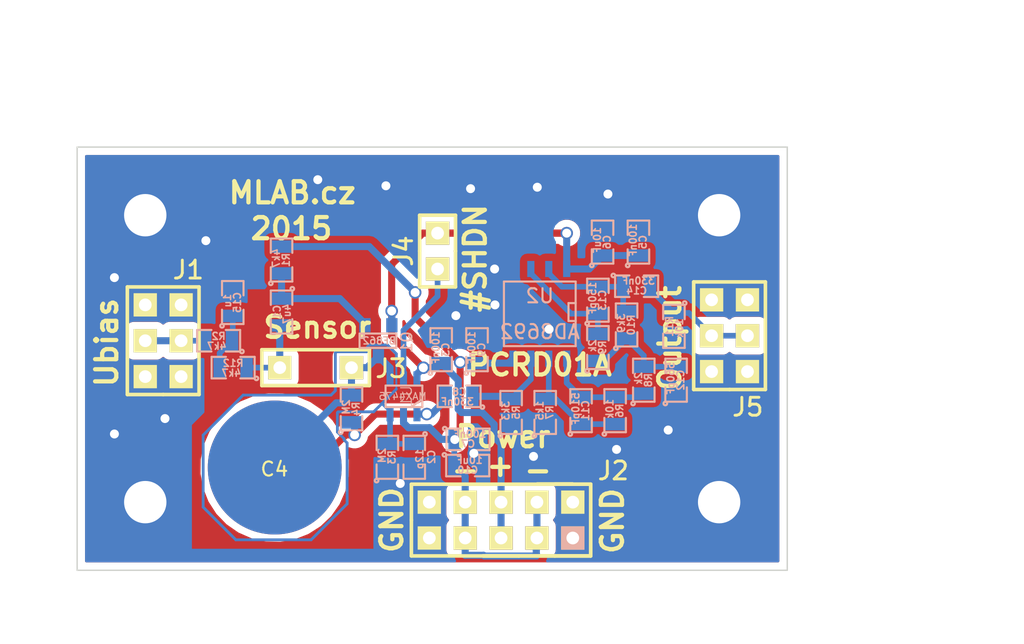
<source format=kicad_pcb>
(kicad_pcb (version 4) (host pcbnew "(2015-01-07 BZR 5359)-product")

  (general
    (links 83)
    (no_connects 0)
    (area 0.205999 -30.274001 50.594001 -0.205999)
    (thickness 1.6)
    (drawings 19)
    (tracks 266)
    (zones 0)
    (modules 39)
    (nets 19)
  )

  (page A4)
  (layers
    (0 F.Cu signal)
    (31 B.Cu signal)
    (32 B.Adhes user)
    (33 F.Adhes user)
    (34 B.Paste user)
    (35 F.Paste user)
    (36 B.SilkS user)
    (37 F.SilkS user)
    (38 B.Mask user)
    (39 F.Mask user)
    (40 Dwgs.User user)
    (41 Cmts.User user)
    (42 Eco1.User user)
    (43 Eco2.User user)
    (44 Edge.Cuts user)
    (45 Margin user)
    (46 B.CrtYd user)
    (47 F.CrtYd user)
    (48 B.Fab user)
    (49 F.Fab user)
  )

  (setup
    (last_trace_width 0.4)
    (user_trace_width 0.13)
    (user_trace_width 0.2)
    (user_trace_width 0.3)
    (user_trace_width 0.4)
    (user_trace_width 0.5)
    (trace_clearance 0.2)
    (zone_clearance 0.508)
    (zone_45_only no)
    (trace_min 0.1)
    (segment_width 0.2)
    (edge_width 0.1)
    (via_size 0.889)
    (via_drill 0.635)
    (via_min_size 0.889)
    (via_min_drill 0.508)
    (uvia_size 0.508)
    (uvia_drill 0.127)
    (uvias_allowed no)
    (uvia_min_size 0.508)
    (uvia_min_drill 0.127)
    (pcb_text_width 0.3)
    (pcb_text_size 1.5 1.5)
    (mod_edge_width 0.15)
    (mod_text_size 1 1)
    (mod_text_width 0.15)
    (pad_size 6 6)
    (pad_drill 3)
    (pad_to_mask_clearance 0)
    (aux_axis_origin 0 0)
    (visible_elements 7FFFFF7F)
    (pcbplotparams
      (layerselection 0x010e0_80000001)
      (usegerberextensions false)
      (excludeedgelayer true)
      (linewidth 0.100000)
      (plotframeref false)
      (viasonmask false)
      (mode 1)
      (useauxorigin false)
      (hpglpennumber 1)
      (hpglpenspeed 20)
      (hpglpendiameter 15)
      (hpglpenoverlay 2)
      (psnegative false)
      (psa4output false)
      (plotreference true)
      (plotvalue true)
      (plotinvisibletext false)
      (padsonsilk false)
      (subtractmaskfromsilk false)
      (outputformat 1)
      (mirror false)
      (drillshape 0)
      (scaleselection 1)
      (outputdirectory ../CAM_PROFI/))
  )

  (net 0 "")
  (net 1 "Net-(C1-Pad1)")
  (net 2 "Net-(C2-Pad1)")
  (net 3 GND)
  (net 4 V+)
  (net 5 "Net-(C4-Pad1)")
  (net 6 V-)
  (net 7 "Net-(C8-Pad1)")
  (net 8 "Net-(C11-Pad1)")
  (net 9 "Net-(C11-Pad2)")
  (net 10 "Net-(C12-Pad2)")
  (net 11 "Net-(C13-Pad1)")
  (net 12 "Net-(C13-Pad2)")
  (net 13 "Net-(C14-Pad2)")
  (net 14 /#SHDN)
  (net 15 /+Ubias)
  (net 16 /K)
  (net 17 /A)
  (net 18 "Net-(C15-Pad1)")

  (net_class Default "Toto je výchozí třída sítě."
    (clearance 0.2)
    (trace_width 0.4)
    (via_dia 0.889)
    (via_drill 0.635)
    (uvia_dia 0.508)
    (uvia_drill 0.127)
    (add_net /#SHDN)
    (add_net /+Ubias)
    (add_net /A)
    (add_net /K)
    (add_net GND)
    (add_net "Net-(C1-Pad1)")
    (add_net "Net-(C11-Pad1)")
    (add_net "Net-(C11-Pad2)")
    (add_net "Net-(C12-Pad2)")
    (add_net "Net-(C13-Pad1)")
    (add_net "Net-(C13-Pad2)")
    (add_net "Net-(C14-Pad2)")
    (add_net "Net-(C15-Pad1)")
    (add_net "Net-(C2-Pad1)")
    (add_net "Net-(C4-Pad1)")
    (add_net "Net-(C8-Pad1)")
    (add_net V+)
    (add_net V-)
  )

  (module MLAB_R:SMD-0805 (layer B.Cu) (tedit 54799E0C) (tstamp 5506EF7D)
    (at 19.685 -11.684 90)
    (path /54763891)
    (attr smd)
    (fp_text reference R4 (at 0 0.3175 90) (layer B.SilkS)
      (effects (font (size 0.50038 0.50038) (thickness 0.10922)) (justify mirror))
    )
    (fp_text value 2M (at 0.127 -0.381 90) (layer B.SilkS)
      (effects (font (size 0.50038 0.50038) (thickness 0.10922)) (justify mirror))
    )
    (fp_circle (center -1.651 -0.762) (end -1.651 -0.635) (layer B.SilkS) (width 0.15))
    (fp_line (start -0.508 -0.762) (end -1.524 -0.762) (layer B.SilkS) (width 0.15))
    (fp_line (start -1.524 -0.762) (end -1.524 0.762) (layer B.SilkS) (width 0.15))
    (fp_line (start -1.524 0.762) (end -0.508 0.762) (layer B.SilkS) (width 0.15))
    (fp_line (start 0.508 0.762) (end 1.524 0.762) (layer B.SilkS) (width 0.15))
    (fp_line (start 1.524 0.762) (end 1.524 -0.762) (layer B.SilkS) (width 0.15))
    (fp_line (start 1.524 -0.762) (end 0.508 -0.762) (layer B.SilkS) (width 0.15))
    (pad 1 smd rect (at -0.9525 0 90) (size 0.889 1.397) (layers B.Cu B.Paste B.Mask)
      (net 5 "Net-(C4-Pad1)"))
    (pad 2 smd rect (at 0.9525 0 90) (size 0.889 1.397) (layers B.Cu B.Paste B.Mask)
      (net 17 /A))
    (model MLAB_3D/Resistors/chip_cms.wrl
      (at (xyz 0 0 0))
      (scale (xyz 0.1 0.1 0.1))
      (rotate (xyz 0 0 0))
    )
  )

  (module MLAB_R:SMD-0805 (layer B.Cu) (tedit 54799E0C) (tstamp 5482DF8D)
    (at 26.035 -15.875 90)
    (path /5483B92F)
    (attr smd)
    (fp_text reference C3 (at 0 0.3175 90) (layer B.SilkS)
      (effects (font (size 0.50038 0.50038) (thickness 0.10922)) (justify mirror))
    )
    (fp_text value 100nF (at 0.127 -0.381 90) (layer B.SilkS)
      (effects (font (size 0.50038 0.50038) (thickness 0.10922)) (justify mirror))
    )
    (fp_circle (center -1.651 -0.762) (end -1.651 -0.635) (layer B.SilkS) (width 0.15))
    (fp_line (start -0.508 -0.762) (end -1.524 -0.762) (layer B.SilkS) (width 0.15))
    (fp_line (start -1.524 -0.762) (end -1.524 0.762) (layer B.SilkS) (width 0.15))
    (fp_line (start -1.524 0.762) (end -0.508 0.762) (layer B.SilkS) (width 0.15))
    (fp_line (start 0.508 0.762) (end 1.524 0.762) (layer B.SilkS) (width 0.15))
    (fp_line (start 1.524 0.762) (end 1.524 -0.762) (layer B.SilkS) (width 0.15))
    (fp_line (start 1.524 -0.762) (end 0.508 -0.762) (layer B.SilkS) (width 0.15))
    (pad 1 smd rect (at -0.9525 0 90) (size 0.889 1.397) (layers B.Cu B.Paste B.Mask)
      (net 4 V+))
    (pad 2 smd rect (at 0.9525 0 90) (size 0.889 1.397) (layers B.Cu B.Paste B.Mask)
      (net 3 GND))
    (model MLAB_3D/Resistors/chip_cms.wrl
      (at (xyz 0 0 0))
      (scale (xyz 0.1 0.1 0.1))
      (rotate (xyz 0 0 0))
    )
  )

  (module MLAB_R:SMD-0805 (layer B.Cu) (tedit 54799E0C) (tstamp 5482DF81)
    (at 14.732 -18.542 270)
    (path /5476354E)
    (attr smd)
    (fp_text reference C1 (at 0 0.3175 270) (layer B.SilkS)
      (effects (font (size 0.50038 0.50038) (thickness 0.10922)) (justify mirror))
    )
    (fp_text value 4u7 (at 0.127 -0.381 270) (layer B.SilkS)
      (effects (font (size 0.50038 0.50038) (thickness 0.10922)) (justify mirror))
    )
    (fp_circle (center -1.651 -0.762) (end -1.651 -0.635) (layer B.SilkS) (width 0.15))
    (fp_line (start -0.508 -0.762) (end -1.524 -0.762) (layer B.SilkS) (width 0.15))
    (fp_line (start -1.524 -0.762) (end -1.524 0.762) (layer B.SilkS) (width 0.15))
    (fp_line (start -1.524 0.762) (end -0.508 0.762) (layer B.SilkS) (width 0.15))
    (fp_line (start 0.508 0.762) (end 1.524 0.762) (layer B.SilkS) (width 0.15))
    (fp_line (start 1.524 0.762) (end 1.524 -0.762) (layer B.SilkS) (width 0.15))
    (fp_line (start 1.524 -0.762) (end 0.508 -0.762) (layer B.SilkS) (width 0.15))
    (pad 1 smd rect (at -0.9525 0 270) (size 0.889 1.397) (layers B.Cu B.Paste B.Mask)
      (net 1 "Net-(C1-Pad1)"))
    (pad 2 smd rect (at 0.9525 0 270) (size 0.889 1.397) (layers B.Cu B.Paste B.Mask)
      (net 16 /K))
    (model MLAB_3D/Resistors/chip_cms.wrl
      (at (xyz 0 0 0))
      (scale (xyz 0.1 0.1 0.1))
      (rotate (xyz 0 0 0))
    )
  )

  (module MLAB_R:SMD-0805 (layer B.Cu) (tedit 54F98308) (tstamp 5482DF87)
    (at 24.13 -8.255 270)
    (path /5476470D)
    (attr smd)
    (fp_text reference C2 (at -0.0254 -1.2192 270) (layer B.SilkS)
      (effects (font (size 0.50038 0.50038) (thickness 0.10922)) (justify mirror))
    )
    (fp_text value 12p (at 0.127 -0.381 270) (layer B.SilkS)
      (effects (font (size 0.50038 0.50038) (thickness 0.10922)) (justify mirror))
    )
    (fp_circle (center -1.651 -0.762) (end -1.651 -0.635) (layer B.SilkS) (width 0.15))
    (fp_line (start -0.508 -0.762) (end -1.524 -0.762) (layer B.SilkS) (width 0.15))
    (fp_line (start -1.524 -0.762) (end -1.524 0.762) (layer B.SilkS) (width 0.15))
    (fp_line (start -1.524 0.762) (end -0.508 0.762) (layer B.SilkS) (width 0.15))
    (fp_line (start 0.508 0.762) (end 1.524 0.762) (layer B.SilkS) (width 0.15))
    (fp_line (start 1.524 0.762) (end 1.524 -0.762) (layer B.SilkS) (width 0.15))
    (fp_line (start 1.524 -0.762) (end 0.508 -0.762) (layer B.SilkS) (width 0.15))
    (pad 1 smd rect (at -0.9525 0 270) (size 0.889 1.397) (layers B.Cu B.Paste B.Mask)
      (net 2 "Net-(C2-Pad1)"))
    (pad 2 smd rect (at 0.9525 0 270) (size 0.889 1.397) (layers B.Cu B.Paste B.Mask)
      (net 3 GND))
    (model MLAB_3D/Resistors/chip_cms.wrl
      (at (xyz 0 0 0))
      (scale (xyz 0.1 0.1 0.1))
      (rotate (xyz 0 0 0))
    )
  )

  (module MLAB_R:SMD-0805 (layer B.Cu) (tedit 54799E0C) (tstamp 5482DF99)
    (at 40.005 -23.495 90)
    (path /5483BA04)
    (attr smd)
    (fp_text reference C5 (at 0 0.3175 90) (layer B.SilkS)
      (effects (font (size 0.50038 0.50038) (thickness 0.10922)) (justify mirror))
    )
    (fp_text value 100nF (at 0.127 -0.381 90) (layer B.SilkS)
      (effects (font (size 0.50038 0.50038) (thickness 0.10922)) (justify mirror))
    )
    (fp_circle (center -1.651 -0.762) (end -1.651 -0.635) (layer B.SilkS) (width 0.15))
    (fp_line (start -0.508 -0.762) (end -1.524 -0.762) (layer B.SilkS) (width 0.15))
    (fp_line (start -1.524 -0.762) (end -1.524 0.762) (layer B.SilkS) (width 0.15))
    (fp_line (start -1.524 0.762) (end -0.508 0.762) (layer B.SilkS) (width 0.15))
    (fp_line (start 0.508 0.762) (end 1.524 0.762) (layer B.SilkS) (width 0.15))
    (fp_line (start 1.524 0.762) (end 1.524 -0.762) (layer B.SilkS) (width 0.15))
    (fp_line (start 1.524 -0.762) (end 0.508 -0.762) (layer B.SilkS) (width 0.15))
    (pad 1 smd rect (at -0.9525 0 90) (size 0.889 1.397) (layers B.Cu B.Paste B.Mask)
      (net 4 V+))
    (pad 2 smd rect (at 0.9525 0 90) (size 0.889 1.397) (layers B.Cu B.Paste B.Mask)
      (net 3 GND))
    (model MLAB_3D/Resistors/chip_cms.wrl
      (at (xyz 0 0 0))
      (scale (xyz 0.1 0.1 0.1))
      (rotate (xyz 0 0 0))
    )
  )

  (module MLAB_R:SMD-0805 (layer B.Cu) (tedit 54799E0C) (tstamp 5482DF9F)
    (at 37.465 -23.495 90)
    (path /5483BE15)
    (attr smd)
    (fp_text reference C6 (at 0 0.3175 90) (layer B.SilkS)
      (effects (font (size 0.50038 0.50038) (thickness 0.10922)) (justify mirror))
    )
    (fp_text value 10uF (at 0.127 -0.381 90) (layer B.SilkS)
      (effects (font (size 0.50038 0.50038) (thickness 0.10922)) (justify mirror))
    )
    (fp_circle (center -1.651 -0.762) (end -1.651 -0.635) (layer B.SilkS) (width 0.15))
    (fp_line (start -0.508 -0.762) (end -1.524 -0.762) (layer B.SilkS) (width 0.15))
    (fp_line (start -1.524 -0.762) (end -1.524 0.762) (layer B.SilkS) (width 0.15))
    (fp_line (start -1.524 0.762) (end -0.508 0.762) (layer B.SilkS) (width 0.15))
    (fp_line (start 0.508 0.762) (end 1.524 0.762) (layer B.SilkS) (width 0.15))
    (fp_line (start 1.524 0.762) (end 1.524 -0.762) (layer B.SilkS) (width 0.15))
    (fp_line (start 1.524 -0.762) (end 0.508 -0.762) (layer B.SilkS) (width 0.15))
    (pad 1 smd rect (at -0.9525 0 90) (size 0.889 1.397) (layers B.Cu B.Paste B.Mask)
      (net 4 V+))
    (pad 2 smd rect (at 0.9525 0 90) (size 0.889 1.397) (layers B.Cu B.Paste B.Mask)
      (net 3 GND))
    (model MLAB_3D/Resistors/chip_cms.wrl
      (at (xyz 0 0 0))
      (scale (xyz 0.1 0.1 0.1))
      (rotate (xyz 0 0 0))
    )
  )

  (module MLAB_R:SMD-0805 (layer B.Cu) (tedit 54799E0C) (tstamp 54841A89)
    (at 27.94 -9.525)
    (path /5483BC77)
    (attr smd)
    (fp_text reference C7 (at 0 0.3175) (layer B.SilkS)
      (effects (font (size 0.50038 0.50038) (thickness 0.10922)) (justify mirror))
    )
    (fp_text value 100nF (at 0.127 -0.381) (layer B.SilkS)
      (effects (font (size 0.50038 0.50038) (thickness 0.10922)) (justify mirror))
    )
    (fp_circle (center -1.651 -0.762) (end -1.651 -0.635) (layer B.SilkS) (width 0.15))
    (fp_line (start -0.508 -0.762) (end -1.524 -0.762) (layer B.SilkS) (width 0.15))
    (fp_line (start -1.524 -0.762) (end -1.524 0.762) (layer B.SilkS) (width 0.15))
    (fp_line (start -1.524 0.762) (end -0.508 0.762) (layer B.SilkS) (width 0.15))
    (fp_line (start 0.508 0.762) (end 1.524 0.762) (layer B.SilkS) (width 0.15))
    (fp_line (start 1.524 0.762) (end 1.524 -0.762) (layer B.SilkS) (width 0.15))
    (fp_line (start 1.524 -0.762) (end 0.508 -0.762) (layer B.SilkS) (width 0.15))
    (pad 1 smd rect (at -0.9525 0) (size 0.889 1.397) (layers B.Cu B.Paste B.Mask)
      (net 6 V-))
    (pad 2 smd rect (at 0.9525 0) (size 0.889 1.397) (layers B.Cu B.Paste B.Mask)
      (net 3 GND))
    (model MLAB_3D/Resistors/chip_cms.wrl
      (at (xyz 0 0 0))
      (scale (xyz 0.1 0.1 0.1))
      (rotate (xyz 0 0 0))
    )
  )

  (module MLAB_R:SMD-0805 (layer B.Cu) (tedit 54799E0C) (tstamp 548386E7)
    (at 27.305 -12.573 180)
    (path /54763980)
    (attr smd)
    (fp_text reference C8 (at 0 0.3175 180) (layer B.SilkS)
      (effects (font (size 0.50038 0.50038) (thickness 0.10922)) (justify mirror))
    )
    (fp_text value 330nF (at 0.127 -0.381 180) (layer B.SilkS)
      (effects (font (size 0.50038 0.50038) (thickness 0.10922)) (justify mirror))
    )
    (fp_circle (center -1.651 -0.762) (end -1.651 -0.635) (layer B.SilkS) (width 0.15))
    (fp_line (start -0.508 -0.762) (end -1.524 -0.762) (layer B.SilkS) (width 0.15))
    (fp_line (start -1.524 -0.762) (end -1.524 0.762) (layer B.SilkS) (width 0.15))
    (fp_line (start -1.524 0.762) (end -0.508 0.762) (layer B.SilkS) (width 0.15))
    (fp_line (start 0.508 0.762) (end 1.524 0.762) (layer B.SilkS) (width 0.15))
    (fp_line (start 1.524 0.762) (end 1.524 -0.762) (layer B.SilkS) (width 0.15))
    (fp_line (start 1.524 -0.762) (end 0.508 -0.762) (layer B.SilkS) (width 0.15))
    (pad 1 smd rect (at -0.9525 0 180) (size 0.889 1.397) (layers B.Cu B.Paste B.Mask)
      (net 7 "Net-(C8-Pad1)"))
    (pad 2 smd rect (at 0.9525 0 180) (size 0.889 1.397) (layers B.Cu B.Paste B.Mask)
      (net 5 "Net-(C4-Pad1)"))
    (model MLAB_3D/Resistors/chip_cms.wrl
      (at (xyz 0 0 0))
      (scale (xyz 0.1 0.1 0.1))
      (rotate (xyz 0 0 0))
    )
  )

  (module MLAB_R:SMD-0805 (layer B.Cu) (tedit 54799E0C) (tstamp 54838625)
    (at 28.575 -15.875 90)
    (path /5483BCB5)
    (attr smd)
    (fp_text reference C9 (at 0 0.3175 90) (layer B.SilkS)
      (effects (font (size 0.50038 0.50038) (thickness 0.10922)) (justify mirror))
    )
    (fp_text value 100nF (at 0.127 -0.381 90) (layer B.SilkS)
      (effects (font (size 0.50038 0.50038) (thickness 0.10922)) (justify mirror))
    )
    (fp_circle (center -1.651 -0.762) (end -1.651 -0.635) (layer B.SilkS) (width 0.15))
    (fp_line (start -0.508 -0.762) (end -1.524 -0.762) (layer B.SilkS) (width 0.15))
    (fp_line (start -1.524 -0.762) (end -1.524 0.762) (layer B.SilkS) (width 0.15))
    (fp_line (start -1.524 0.762) (end -0.508 0.762) (layer B.SilkS) (width 0.15))
    (fp_line (start 0.508 0.762) (end 1.524 0.762) (layer B.SilkS) (width 0.15))
    (fp_line (start 1.524 0.762) (end 1.524 -0.762) (layer B.SilkS) (width 0.15))
    (fp_line (start 1.524 -0.762) (end 0.508 -0.762) (layer B.SilkS) (width 0.15))
    (pad 1 smd rect (at -0.9525 0 90) (size 0.889 1.397) (layers B.Cu B.Paste B.Mask)
      (net 6 V-))
    (pad 2 smd rect (at 0.9525 0 90) (size 0.889 1.397) (layers B.Cu B.Paste B.Mask)
      (net 3 GND))
    (model MLAB_3D/Resistors/chip_cms.wrl
      (at (xyz 0 0 0))
      (scale (xyz 0.1 0.1 0.1))
      (rotate (xyz 0 0 0))
    )
  )

  (module MLAB_R:SMD-0805 (layer B.Cu) (tedit 54799E0C) (tstamp 5482DFB7)
    (at 27.9146 -7.6708)
    (path /5483BCD5)
    (attr smd)
    (fp_text reference C10 (at 0 0.3175) (layer B.SilkS)
      (effects (font (size 0.50038 0.50038) (thickness 0.10922)) (justify mirror))
    )
    (fp_text value 10uF (at 0.127 -0.381) (layer B.SilkS)
      (effects (font (size 0.50038 0.50038) (thickness 0.10922)) (justify mirror))
    )
    (fp_circle (center -1.651 -0.762) (end -1.651 -0.635) (layer B.SilkS) (width 0.15))
    (fp_line (start -0.508 -0.762) (end -1.524 -0.762) (layer B.SilkS) (width 0.15))
    (fp_line (start -1.524 -0.762) (end -1.524 0.762) (layer B.SilkS) (width 0.15))
    (fp_line (start -1.524 0.762) (end -0.508 0.762) (layer B.SilkS) (width 0.15))
    (fp_line (start 0.508 0.762) (end 1.524 0.762) (layer B.SilkS) (width 0.15))
    (fp_line (start 1.524 0.762) (end 1.524 -0.762) (layer B.SilkS) (width 0.15))
    (fp_line (start 1.524 -0.762) (end 0.508 -0.762) (layer B.SilkS) (width 0.15))
    (pad 1 smd rect (at -0.9525 0) (size 0.889 1.397) (layers B.Cu B.Paste B.Mask)
      (net 6 V-))
    (pad 2 smd rect (at 0.9525 0) (size 0.889 1.397) (layers B.Cu B.Paste B.Mask)
      (net 3 GND))
    (model MLAB_3D/Resistors/chip_cms.wrl
      (at (xyz 0 0 0))
      (scale (xyz 0.1 0.1 0.1))
      (rotate (xyz 0 0 0))
    )
  )

  (module MLAB_R:SMD-0805 (layer B.Cu) (tedit 54799E0C) (tstamp 5482E188)
    (at 35.941 -11.557 90)
    (path /54763B36)
    (attr smd)
    (fp_text reference C11 (at 0 0.3175 90) (layer B.SilkS)
      (effects (font (size 0.50038 0.50038) (thickness 0.10922)) (justify mirror))
    )
    (fp_text value 510pF (at 0.127 -0.381 90) (layer B.SilkS)
      (effects (font (size 0.50038 0.50038) (thickness 0.10922)) (justify mirror))
    )
    (fp_circle (center -1.651 -0.762) (end -1.651 -0.635) (layer B.SilkS) (width 0.15))
    (fp_line (start -0.508 -0.762) (end -1.524 -0.762) (layer B.SilkS) (width 0.15))
    (fp_line (start -1.524 -0.762) (end -1.524 0.762) (layer B.SilkS) (width 0.15))
    (fp_line (start -1.524 0.762) (end -0.508 0.762) (layer B.SilkS) (width 0.15))
    (fp_line (start 0.508 0.762) (end 1.524 0.762) (layer B.SilkS) (width 0.15))
    (fp_line (start 1.524 0.762) (end 1.524 -0.762) (layer B.SilkS) (width 0.15))
    (fp_line (start 1.524 -0.762) (end 0.508 -0.762) (layer B.SilkS) (width 0.15))
    (pad 1 smd rect (at -0.9525 0 90) (size 0.889 1.397) (layers B.Cu B.Paste B.Mask)
      (net 8 "Net-(C11-Pad1)"))
    (pad 2 smd rect (at 0.9525 0 90) (size 0.889 1.397) (layers B.Cu B.Paste B.Mask)
      (net 9 "Net-(C11-Pad2)"))
    (model MLAB_3D/Resistors/chip_cms.wrl
      (at (xyz 0 0 0))
      (scale (xyz 0.1 0.1 0.1))
      (rotate (xyz 0 0 0))
    )
  )

  (module MLAB_R:SMD-0805 (layer B.Cu) (tedit 54799E0C) (tstamp 5482DFC3)
    (at 42.672 -13.716 90)
    (path /54763D3A)
    (attr smd)
    (fp_text reference C12 (at 0 0.3175 90) (layer B.SilkS)
      (effects (font (size 0.50038 0.50038) (thickness 0.10922)) (justify mirror))
    )
    (fp_text value 560pF (at 0.127 -0.381 90) (layer B.SilkS)
      (effects (font (size 0.50038 0.50038) (thickness 0.10922)) (justify mirror))
    )
    (fp_circle (center -1.651 -0.762) (end -1.651 -0.635) (layer B.SilkS) (width 0.15))
    (fp_line (start -0.508 -0.762) (end -1.524 -0.762) (layer B.SilkS) (width 0.15))
    (fp_line (start -1.524 -0.762) (end -1.524 0.762) (layer B.SilkS) (width 0.15))
    (fp_line (start -1.524 0.762) (end -0.508 0.762) (layer B.SilkS) (width 0.15))
    (fp_line (start 0.508 0.762) (end 1.524 0.762) (layer B.SilkS) (width 0.15))
    (fp_line (start 1.524 0.762) (end 1.524 -0.762) (layer B.SilkS) (width 0.15))
    (fp_line (start 1.524 -0.762) (end 0.508 -0.762) (layer B.SilkS) (width 0.15))
    (pad 1 smd rect (at -0.9525 0 90) (size 0.889 1.397) (layers B.Cu B.Paste B.Mask)
      (net 3 GND))
    (pad 2 smd rect (at 0.9525 0 90) (size 0.889 1.397) (layers B.Cu B.Paste B.Mask)
      (net 10 "Net-(C12-Pad2)"))
    (model MLAB_3D/Resistors/chip_cms.wrl
      (at (xyz 0 0 0))
      (scale (xyz 0.1 0.1 0.1))
      (rotate (xyz 0 0 0))
    )
  )

  (module MLAB_R:SMD-0805 (layer B.Cu) (tedit 54799E0C) (tstamp 54841999)
    (at 37.1348 -19.3802 90)
    (path /54763DBA)
    (attr smd)
    (fp_text reference C13 (at 0 0.3175 90) (layer B.SilkS)
      (effects (font (size 0.50038 0.50038) (thickness 0.10922)) (justify mirror))
    )
    (fp_text value 150pF (at 0.127 -0.381 90) (layer B.SilkS)
      (effects (font (size 0.50038 0.50038) (thickness 0.10922)) (justify mirror))
    )
    (fp_circle (center -1.651 -0.762) (end -1.651 -0.635) (layer B.SilkS) (width 0.15))
    (fp_line (start -0.508 -0.762) (end -1.524 -0.762) (layer B.SilkS) (width 0.15))
    (fp_line (start -1.524 -0.762) (end -1.524 0.762) (layer B.SilkS) (width 0.15))
    (fp_line (start -1.524 0.762) (end -0.508 0.762) (layer B.SilkS) (width 0.15))
    (fp_line (start 0.508 0.762) (end 1.524 0.762) (layer B.SilkS) (width 0.15))
    (fp_line (start 1.524 0.762) (end 1.524 -0.762) (layer B.SilkS) (width 0.15))
    (fp_line (start 1.524 -0.762) (end 0.508 -0.762) (layer B.SilkS) (width 0.15))
    (pad 1 smd rect (at -0.9525 0 90) (size 0.889 1.397) (layers B.Cu B.Paste B.Mask)
      (net 11 "Net-(C13-Pad1)"))
    (pad 2 smd rect (at 0.9525 0 90) (size 0.889 1.397) (layers B.Cu B.Paste B.Mask)
      (net 12 "Net-(C13-Pad2)"))
    (model MLAB_3D/Resistors/chip_cms.wrl
      (at (xyz 0 0 0))
      (scale (xyz 0.1 0.1 0.1))
      (rotate (xyz 0 0 0))
    )
  )

  (module MLAB_R:SMD-0805 (layer B.Cu) (tedit 54799E0C) (tstamp 5482DFCF)
    (at 39.878 -20.3708)
    (path /54766490)
    (attr smd)
    (fp_text reference C14 (at 0 0.3175) (layer B.SilkS)
      (effects (font (size 0.50038 0.50038) (thickness 0.10922)) (justify mirror))
    )
    (fp_text value 330nF (at 0.127 -0.381) (layer B.SilkS)
      (effects (font (size 0.50038 0.50038) (thickness 0.10922)) (justify mirror))
    )
    (fp_circle (center -1.651 -0.762) (end -1.651 -0.635) (layer B.SilkS) (width 0.15))
    (fp_line (start -0.508 -0.762) (end -1.524 -0.762) (layer B.SilkS) (width 0.15))
    (fp_line (start -1.524 -0.762) (end -1.524 0.762) (layer B.SilkS) (width 0.15))
    (fp_line (start -1.524 0.762) (end -0.508 0.762) (layer B.SilkS) (width 0.15))
    (fp_line (start 0.508 0.762) (end 1.524 0.762) (layer B.SilkS) (width 0.15))
    (fp_line (start 1.524 0.762) (end 1.524 -0.762) (layer B.SilkS) (width 0.15))
    (fp_line (start 1.524 -0.762) (end 0.508 -0.762) (layer B.SilkS) (width 0.15))
    (pad 1 smd rect (at -0.9525 0) (size 0.889 1.397) (layers B.Cu B.Paste B.Mask)
      (net 12 "Net-(C13-Pad2)"))
    (pad 2 smd rect (at 0.9525 0) (size 0.889 1.397) (layers B.Cu B.Paste B.Mask)
      (net 13 "Net-(C14-Pad2)"))
    (model MLAB_3D/Resistors/chip_cms.wrl
      (at (xyz 0 0 0))
      (scale (xyz 0.1 0.1 0.1))
      (rotate (xyz 0 0 0))
    )
  )

  (module Hrebinky:Pin_Header_Straight_2x03 placed (layer F.Cu) (tedit 5482DC61) (tstamp 5482DFD9)
    (at 6.35 -16.51 90)
    (descr "1 pin")
    (tags "CONN DEV")
    (path /54839ABB)
    (fp_text reference J1 (at 5.0165 1.778 180) (layer F.SilkS)
      (effects (font (size 1.27 1.27) (thickness 0.2032)))
    )
    (fp_text value JUMP_3X2 (at 0 0 90) (layer F.SilkS) hide
      (effects (font (size 1.27 1.27) (thickness 0.2032)))
    )
    (fp_line (start -3.81 2.54) (end 3.81 2.54) (layer F.SilkS) (width 0.254))
    (fp_line (start 3.81 2.54) (end 3.81 -2.54) (layer F.SilkS) (width 0.254))
    (fp_line (start 3.81 -2.54) (end -1.27 -2.54) (layer F.SilkS) (width 0.254))
    (fp_line (start -3.81 2.54) (end -3.81 0) (layer F.SilkS) (width 0.254))
    (fp_line (start -3.81 -2.54) (end -3.81 0) (layer F.SilkS) (width 0.254))
    (fp_line (start -1.27 -2.54) (end -3.81 -2.54) (layer F.SilkS) (width 0.254))
    (pad 1 thru_hole rect (at -2.54 1.27 90) (size 1.651 1.651) (drill 0.9) (layers *.Cu *.Mask F.SilkS)
      (net 3 GND))
    (pad 2 thru_hole rect (at 0 1.27 90) (size 1.651 1.651) (drill 0.9) (layers *.Cu *.Mask F.SilkS)
      (net 15 /+Ubias))
    (pad 3 thru_hole rect (at 2.54 1.27 90) (size 1.651 1.651) (drill 0.9) (layers *.Cu *.Mask F.SilkS)
      (net 3 GND))
    (pad 4 thru_hole rect (at 2.54 -1.27 90) (size 1.651 1.651) (drill 0.9) (layers *.Cu *.Mask F.SilkS)
      (net 3 GND))
    (pad 5 thru_hole rect (at 0 -1.27 90) (size 1.651 1.651) (drill 0.9) (layers *.Cu *.Mask F.SilkS)
      (net 15 /+Ubias))
    (pad 6 thru_hole rect (at -2.54 -1.27 90) (size 1.651 1.651) (drill 0.9) (layers *.Cu *.Mask F.SilkS)
      (net 3 GND))
    (model Pin_Headers/Pin_Header_Straight_2x03.wrl
      (at (xyz 0 0 0))
      (scale (xyz 1 1 1))
      (rotate (xyz 0 0 0))
    )
  )

  (module Hrebinky:Pin_Header_Straight_2x05 placed (layer F.Cu) (tedit 53F5A718) (tstamp 5482DFE7)
    (at 30.2768 -3.81)
    (descr "1 pin")
    (tags "CONN DEV")
    (path /5476EF1F)
    (fp_text reference J2 (at 7.9502 -3.4925) (layer F.SilkS)
      (effects (font (size 1.27 1.27) (thickness 0.2032)))
    )
    (fp_text value JUMP_5X2 (at 1.27 0) (layer F.SilkS) hide
      (effects (font (size 1.27 1.27) (thickness 0.2032)))
    )
    (fp_line (start -3.81 -2.54) (end -2.54 -2.54) (layer F.SilkS) (width 0.254))
    (fp_line (start -6.35 -2.54) (end -3.81 -2.54) (layer F.SilkS) (width 0.254))
    (fp_line (start 6.35 2.54) (end 6.35 -2.54) (layer F.SilkS) (width 0.254))
    (fp_line (start 3.81 -2.54) (end 6.35 -2.54) (layer F.SilkS) (width 0.254))
    (fp_line (start 3.81 2.54) (end 6.35 2.54) (layer F.SilkS) (width 0.254))
    (fp_line (start 3.81 2.54) (end 6.35 2.54) (layer F.SilkS) (width 0.254))
    (fp_line (start 3.81 -2.54) (end 6.35 -2.54) (layer F.SilkS) (width 0.254))
    (fp_line (start 6.35 2.54) (end 6.35 -2.54) (layer F.SilkS) (width 0.254))
    (fp_line (start 2.54 -2.54) (end 5.08 -2.54) (layer F.SilkS) (width 0.254))
    (fp_line (start -1.27 2.54) (end 1.27 2.54) (layer F.SilkS) (width 0.254))
    (fp_line (start -1.27 2.54) (end 1.27 2.54) (layer F.SilkS) (width 0.254))
    (fp_line (start 2.54 -2.54) (end 5.08 -2.54) (layer F.SilkS) (width 0.254))
    (fp_line (start 2.54 -2.54) (end 5.08 -2.54) (layer F.SilkS) (width 0.254))
    (fp_line (start 1.27 2.54) (end 3.81 2.54) (layer F.SilkS) (width 0.254))
    (fp_line (start 1.27 2.54) (end 3.81 2.54) (layer F.SilkS) (width 0.254))
    (fp_line (start 2.54 -2.54) (end 5.08 -2.54) (layer F.SilkS) (width 0.254))
    (fp_line (start -6.35 2.54) (end 1.27 2.54) (layer F.SilkS) (width 0.254))
    (fp_line (start 5.08 -2.54) (end 0 -2.54) (layer F.SilkS) (width 0.254))
    (fp_line (start -6.35 2.54) (end -6.35 0) (layer F.SilkS) (width 0.254))
    (fp_line (start -6.35 -2.54) (end -6.35 0) (layer F.SilkS) (width 0.254))
    (fp_line (start 0 -2.54) (end -2.54 -2.54) (layer F.SilkS) (width 0.254))
    (pad 9 thru_hole rect (at -2.54 -1.27) (size 1.651 1.651) (drill 0.9) (layers *.Cu *.Mask F.SilkS)
      (net 6 V-))
    (pad 5 thru_hole rect (at 5.08 1.27) (size 1.651 1.651) (drill 0.9) (layers *.Cu *.SilkS *.Mask)
      (net 3 GND))
    (pad 3 thru_hole rect (at 0 1.27) (size 1.651 1.651) (drill 0.9) (layers *.Cu *.Mask F.SilkS)
      (net 4 V+))
    (pad 6 thru_hole rect (at 5.08 -1.27) (size 1.651 1.651) (drill 0.9) (layers *.Cu *.Mask F.SilkS)
      (net 3 GND))
    (pad 1 thru_hole rect (at -5.08 1.27) (size 1.651 1.651) (drill 0.9) (layers *.Cu *.Mask F.SilkS)
      (net 3 GND))
    (pad 2 thru_hole rect (at -2.54 1.27) (size 1.651 1.651) (drill 0.9) (layers *.Cu *.Mask F.SilkS)
      (net 6 V-))
    (pad 4 thru_hole rect (at 2.54 1.27) (size 1.651 1.651) (drill 0.9) (layers *.Cu *.Mask F.SilkS)
      (net 6 V-))
    (pad 10 thru_hole rect (at -5.08 -1.27) (size 1.651 1.651) (drill 0.9) (layers *.Cu *.Mask F.SilkS)
      (net 3 GND))
    (pad 7 thru_hole rect (at 2.54 -1.27) (size 1.651 1.651) (drill 0.9) (layers *.Cu *.Mask F.SilkS)
      (net 6 V-))
    (pad 8 thru_hole rect (at 0 -1.27) (size 1.651 1.651) (drill 0.9) (layers *.Cu *.Mask F.SilkS)
      (net 4 V+))
    (model Pin_Headers/Pin_Header_Straight_2x03.wrl
      (at (xyz 0 0 0))
      (scale (xyz 1 1 1))
      (rotate (xyz 0 0 0))
    )
    (model Pin_Headers/Pin_Header_Straight_2x05.wrl
      (at (xyz 0 0 0))
      (scale (xyz 1 1 1))
      (rotate (xyz 0 0 0))
    )
  )

  (module Hrebinky:Pin_Header_Straight_1x02 (layer F.Cu) (tedit 5469CB53) (tstamp 5507CC36)
    (at 25.654 -22.86 90)
    (descr "1 pin")
    (tags "CONN DEV")
    (path /5483AD5F)
    (fp_text reference J4 (at 0 -2.286 90) (layer F.SilkS)
      (effects (font (size 1.27 1.27) (thickness 0.2032)))
    )
    (fp_text value CONN1_2 (at 0 0 90) (layer F.SilkS) hide
      (effects (font (size 1.27 1.27) (thickness 0.2032)))
    )
    (fp_line (start -2.54 -1.143) (end 0 -1.143) (layer F.SilkS) (width 0.254))
    (fp_line (start 0 1.397) (end 2.54 1.397) (layer F.SilkS) (width 0.254))
    (fp_line (start 2.54 1.397) (end 2.54 -1.143) (layer F.SilkS) (width 0.254))
    (fp_line (start 0 -1.143) (end 2.54 -1.143) (layer F.SilkS) (width 0.254))
    (fp_line (start -2.54 -1.143) (end -2.54 1.397) (layer F.SilkS) (width 0.254))
    (fp_line (start -2.54 1.397) (end 0 1.397) (layer F.SilkS) (width 0.254))
    (pad 1 thru_hole rect (at -1.27 0.127 90) (size 1.651 1.651) (drill 0.9) (layers *.Cu *.Mask F.SilkS)
      (net 14 /#SHDN))
    (pad 2 thru_hole rect (at 1.27 0.127 90) (size 1.651 1.651) (drill 0.9) (layers *.Cu *.Mask F.SilkS)
      (net 4 V+))
    (model Pin_Headers/Pin_Header_Straight_1x02.wrl
      (at (xyz 0 0 0))
      (scale (xyz 1 1 1))
      (rotate (xyz 0 0 0))
    )
  )

  (module Hrebinky:Pin_Header_Straight_2x03 placed (layer F.Cu) (tedit 5482DC61) (tstamp 5482DFFE)
    (at 46.4566 -16.8656 90)
    (descr "1 pin")
    (tags "CONN DEV")
    (path /54839C4F)
    (fp_text reference J5 (at -5.0546 1.2954 180) (layer F.SilkS)
      (effects (font (size 1.27 1.27) (thickness 0.2032)))
    )
    (fp_text value Out (at 0 0 90) (layer F.SilkS) hide
      (effects (font (size 1.27 1.27) (thickness 0.2032)))
    )
    (fp_line (start -3.81 2.54) (end 3.81 2.54) (layer F.SilkS) (width 0.254))
    (fp_line (start 3.81 2.54) (end 3.81 -2.54) (layer F.SilkS) (width 0.254))
    (fp_line (start 3.81 -2.54) (end -1.27 -2.54) (layer F.SilkS) (width 0.254))
    (fp_line (start -3.81 2.54) (end -3.81 0) (layer F.SilkS) (width 0.254))
    (fp_line (start -3.81 -2.54) (end -3.81 0) (layer F.SilkS) (width 0.254))
    (fp_line (start -1.27 -2.54) (end -3.81 -2.54) (layer F.SilkS) (width 0.254))
    (pad 1 thru_hole rect (at -2.54 1.27 90) (size 1.651 1.651) (drill 0.9) (layers *.Cu *.Mask F.SilkS)
      (net 3 GND))
    (pad 2 thru_hole rect (at 0 1.27 90) (size 1.651 1.651) (drill 0.9) (layers *.Cu *.Mask F.SilkS)
      (net 13 "Net-(C14-Pad2)"))
    (pad 3 thru_hole rect (at 2.54 1.27 90) (size 1.651 1.651) (drill 0.9) (layers *.Cu *.Mask F.SilkS)
      (net 3 GND))
    (pad 4 thru_hole rect (at 2.54 -1.27 90) (size 1.651 1.651) (drill 0.9) (layers *.Cu *.Mask F.SilkS)
      (net 3 GND))
    (pad 5 thru_hole rect (at 0 -1.27 90) (size 1.651 1.651) (drill 0.9) (layers *.Cu *.Mask F.SilkS)
      (net 13 "Net-(C14-Pad2)"))
    (pad 6 thru_hole rect (at -2.54 -1.27 90) (size 1.651 1.651) (drill 0.9) (layers *.Cu *.Mask F.SilkS)
      (net 3 GND))
    (model Pin_Headers/Pin_Header_Straight_2x03.wrl
      (at (xyz 0 0 0))
      (scale (xyz 1 1 1))
      (rotate (xyz 0 0 0))
    )
  )

  (module Dira:MountingHole_3mm placed (layer F.Cu) (tedit 55134324) (tstamp 54F2E97A)
    (at 45.72 -5.08)
    (descr "Mounting hole, Befestigungsbohrung, 3mm, No Annular, Kein Restring,")
    (tags "Mounting hole, Befestigungsbohrung, 3mm, No Annular, Kein Restring,")
    (path /5476FB64)
    (fp_text reference P1 (at 0.1778 -0.0762) (layer F.SilkS) hide
      (effects (font (thickness 0.3048)))
    )
    (fp_text value _ (at 1.00076 5.00126) (layer F.SilkS) hide
      (effects (font (thickness 0.3048)))
    )
    (fp_circle (center 0 0) (end 2.99974 0) (layer Cmts.User) (width 0.381))
    (pad 1 thru_hole circle (at 0 0) (size 6 6) (drill 3) (layers *.Cu *.Adhes *.Mask)
      (net 3 GND) (clearance 1) (zone_connect 2))
  )

  (module Dira:MountingHole_3mm placed (layer F.Cu) (tedit 5513432A) (tstamp 54F2E981)
    (at 45.72 -25.4)
    (descr "Mounting hole, Befestigungsbohrung, 3mm, No Annular, Kein Restring,")
    (tags "Mounting hole, Befestigungsbohrung, 3mm, No Annular, Kein Restring,")
    (path /5476FD65)
    (fp_text reference P2 (at 0.1778 -0.0762) (layer F.SilkS) hide
      (effects (font (thickness 0.3048)))
    )
    (fp_text value _ (at 1.00076 5.00126) (layer F.SilkS) hide
      (effects (font (thickness 0.3048)))
    )
    (fp_circle (center 0 0) (end 2.99974 0) (layer Cmts.User) (width 0.381))
    (pad 1 thru_hole circle (at 0 0) (size 6 6) (drill 3) (layers *.Cu *.Adhes *.Mask)
      (net 3 GND) (clearance 1) (zone_connect 2))
  )

  (module Dira:MountingHole_3mm placed (layer F.Cu) (tedit 5513431C) (tstamp 54841833)
    (at 5.08 -25.4)
    (descr "Mounting hole, Befestigungsbohrung, 3mm, No Annular, Kein Restring,")
    (tags "Mounting hole, Befestigungsbohrung, 3mm, No Annular, Kein Restring,")
    (path /5476FD9A)
    (fp_text reference P3 (at 0.1778 -0.0762) (layer F.SilkS) hide
      (effects (font (thickness 0.3048)))
    )
    (fp_text value _ (at 1.00076 5.00126) (layer F.SilkS) hide
      (effects (font (thickness 0.3048)))
    )
    (fp_circle (center 0 0) (end 2.99974 0) (layer Cmts.User) (width 0.381))
    (pad 1 thru_hole circle (at 0 0) (size 6 6) (drill 3) (layers *.Cu *.Adhes *.Mask)
      (net 3 GND) (clearance 1) (zone_connect 2))
  )

  (module Dira:MountingHole_3mm placed (layer F.Cu) (tedit 55134321) (tstamp 5482E012)
    (at 5.08 -5.08)
    (descr "Mounting hole, Befestigungsbohrung, 3mm, No Annular, Kein Restring,")
    (tags "Mounting hole, Befestigungsbohrung, 3mm, No Annular, Kein Restring,")
    (path /5476FDEC)
    (fp_text reference P4 (at 0.1778 -0.0762) (layer F.SilkS) hide
      (effects (font (thickness 0.3048)))
    )
    (fp_text value _ (at 1.00076 5.00126) (layer F.SilkS) hide
      (effects (font (thickness 0.3048)))
    )
    (fp_circle (center 0 0) (end 2.99974 0) (layer Cmts.User) (width 0.381))
    (pad 1 thru_hole circle (at 0 0) (size 6 6) (drill 3) (layers *.Cu *.Adhes *.Mask)
      (net 3 GND) (clearance 1) (zone_connect 2))
  )

  (module MLAB_R:SMD-0805 (layer B.Cu) (tedit 54799E0C) (tstamp 5482E01F)
    (at 14.732 -22.225 90)
    (path /547633B6)
    (attr smd)
    (fp_text reference R1 (at 0 0.3175 90) (layer B.SilkS)
      (effects (font (size 0.50038 0.50038) (thickness 0.10922)) (justify mirror))
    )
    (fp_text value 4k7 (at 0.127 -0.381 90) (layer B.SilkS)
      (effects (font (size 0.50038 0.50038) (thickness 0.10922)) (justify mirror))
    )
    (fp_circle (center -1.651 -0.762) (end -1.651 -0.635) (layer B.SilkS) (width 0.15))
    (fp_line (start -0.508 -0.762) (end -1.524 -0.762) (layer B.SilkS) (width 0.15))
    (fp_line (start -1.524 -0.762) (end -1.524 0.762) (layer B.SilkS) (width 0.15))
    (fp_line (start -1.524 0.762) (end -0.508 0.762) (layer B.SilkS) (width 0.15))
    (fp_line (start 0.508 0.762) (end 1.524 0.762) (layer B.SilkS) (width 0.15))
    (fp_line (start 1.524 0.762) (end 1.524 -0.762) (layer B.SilkS) (width 0.15))
    (fp_line (start 1.524 -0.762) (end 0.508 -0.762) (layer B.SilkS) (width 0.15))
    (pad 1 smd rect (at -0.9525 0 90) (size 0.889 1.397) (layers B.Cu B.Paste B.Mask)
      (net 1 "Net-(C1-Pad1)"))
    (pad 2 smd rect (at 0.9525 0 90) (size 0.889 1.397) (layers B.Cu B.Paste B.Mask)
      (net 6 V-))
    (model MLAB_3D/Resistors/chip_cms.wrl
      (at (xyz 0 0 0))
      (scale (xyz 0.1 0.1 0.1))
      (rotate (xyz 0 0 0))
    )
  )

  (module MLAB_R:SMD-0805 (layer B.Cu) (tedit 54799E0C) (tstamp 5482E025)
    (at 10.2743 -16.51 180)
    (path /547634EB)
    (attr smd)
    (fp_text reference R2 (at 0 0.3175 180) (layer B.SilkS)
      (effects (font (size 0.50038 0.50038) (thickness 0.10922)) (justify mirror))
    )
    (fp_text value 4k7 (at 0.127 -0.381 180) (layer B.SilkS)
      (effects (font (size 0.50038 0.50038) (thickness 0.10922)) (justify mirror))
    )
    (fp_circle (center -1.651 -0.762) (end -1.651 -0.635) (layer B.SilkS) (width 0.15))
    (fp_line (start -0.508 -0.762) (end -1.524 -0.762) (layer B.SilkS) (width 0.15))
    (fp_line (start -1.524 -0.762) (end -1.524 0.762) (layer B.SilkS) (width 0.15))
    (fp_line (start -1.524 0.762) (end -0.508 0.762) (layer B.SilkS) (width 0.15))
    (fp_line (start 0.508 0.762) (end 1.524 0.762) (layer B.SilkS) (width 0.15))
    (fp_line (start 1.524 0.762) (end 1.524 -0.762) (layer B.SilkS) (width 0.15))
    (fp_line (start 1.524 -0.762) (end 0.508 -0.762) (layer B.SilkS) (width 0.15))
    (pad 1 smd rect (at -0.9525 0 180) (size 0.889 1.397) (layers B.Cu B.Paste B.Mask)
      (net 18 "Net-(C15-Pad1)"))
    (pad 2 smd rect (at 0.9525 0 180) (size 0.889 1.397) (layers B.Cu B.Paste B.Mask)
      (net 15 /+Ubias))
    (model MLAB_3D/Resistors/chip_cms.wrl
      (at (xyz 0 0 0))
      (scale (xyz 0.1 0.1 0.1))
      (rotate (xyz 0 0 0))
    )
  )

  (module MLAB_R:SMD-0805 (layer B.Cu) (tedit 54799E0C) (tstamp 5482E037)
    (at 30.988 -11.43 90)
    (path /54763A05)
    (attr smd)
    (fp_text reference R5 (at 0 0.3556 90) (layer B.SilkS)
      (effects (font (size 0.50038 0.50038) (thickness 0.10922)) (justify mirror))
    )
    (fp_text value 3k3 (at 0.127 -0.381 90) (layer B.SilkS)
      (effects (font (size 0.50038 0.50038) (thickness 0.10922)) (justify mirror))
    )
    (fp_circle (center -1.651 -0.762) (end -1.651 -0.635) (layer B.SilkS) (width 0.15))
    (fp_line (start -0.508 -0.762) (end -1.524 -0.762) (layer B.SilkS) (width 0.15))
    (fp_line (start -1.524 -0.762) (end -1.524 0.762) (layer B.SilkS) (width 0.15))
    (fp_line (start -1.524 0.762) (end -0.508 0.762) (layer B.SilkS) (width 0.15))
    (fp_line (start 0.508 0.762) (end 1.524 0.762) (layer B.SilkS) (width 0.15))
    (fp_line (start 1.524 0.762) (end 1.524 -0.762) (layer B.SilkS) (width 0.15))
    (fp_line (start 1.524 -0.762) (end 0.508 -0.762) (layer B.SilkS) (width 0.15))
    (pad 1 smd rect (at -0.9525 0 90) (size 0.889 1.397) (layers B.Cu B.Paste B.Mask)
      (net 3 GND))
    (pad 2 smd rect (at 0.9525 0 90) (size 0.889 1.397) (layers B.Cu B.Paste B.Mask)
      (net 7 "Net-(C8-Pad1)"))
    (model MLAB_3D/Resistors/chip_cms.wrl
      (at (xyz 0 0 0))
      (scale (xyz 0.1 0.1 0.1))
      (rotate (xyz 0 0 0))
    )
  )

  (module MLAB_R:SMD-0805 (layer B.Cu) (tedit 54799E0C) (tstamp 5482E03D)
    (at 38.354 -11.557 90)
    (path /54763AA3)
    (attr smd)
    (fp_text reference R6 (at 0 0.3175 90) (layer B.SilkS)
      (effects (font (size 0.50038 0.50038) (thickness 0.10922)) (justify mirror))
    )
    (fp_text value 10k (at 0.127 -0.381 90) (layer B.SilkS)
      (effects (font (size 0.50038 0.50038) (thickness 0.10922)) (justify mirror))
    )
    (fp_circle (center -1.651 -0.762) (end -1.651 -0.635) (layer B.SilkS) (width 0.15))
    (fp_line (start -0.508 -0.762) (end -1.524 -0.762) (layer B.SilkS) (width 0.15))
    (fp_line (start -1.524 -0.762) (end -1.524 0.762) (layer B.SilkS) (width 0.15))
    (fp_line (start -1.524 0.762) (end -0.508 0.762) (layer B.SilkS) (width 0.15))
    (fp_line (start 0.508 0.762) (end 1.524 0.762) (layer B.SilkS) (width 0.15))
    (fp_line (start 1.524 0.762) (end 1.524 -0.762) (layer B.SilkS) (width 0.15))
    (fp_line (start 1.524 -0.762) (end 0.508 -0.762) (layer B.SilkS) (width 0.15))
    (pad 1 smd rect (at -0.9525 0 90) (size 0.889 1.397) (layers B.Cu B.Paste B.Mask)
      (net 8 "Net-(C11-Pad1)"))
    (pad 2 smd rect (at 0.9525 0 90) (size 0.889 1.397) (layers B.Cu B.Paste B.Mask)
      (net 9 "Net-(C11-Pad2)"))
    (model MLAB_3D/Resistors/chip_cms.wrl
      (at (xyz 0 0 0))
      (scale (xyz 0.1 0.1 0.1))
      (rotate (xyz 0 0 0))
    )
  )

  (module MLAB_R:SMD-0805 (layer B.Cu) (tedit 54799E0C) (tstamp 5482E043)
    (at 33.401 -11.43 90)
    (path /54763AF2)
    (attr smd)
    (fp_text reference R7 (at 0 0.3175 90) (layer B.SilkS)
      (effects (font (size 0.50038 0.50038) (thickness 0.10922)) (justify mirror))
    )
    (fp_text value 1k5 (at 0.127 -0.381 90) (layer B.SilkS)
      (effects (font (size 0.50038 0.50038) (thickness 0.10922)) (justify mirror))
    )
    (fp_circle (center -1.651 -0.762) (end -1.651 -0.635) (layer B.SilkS) (width 0.15))
    (fp_line (start -0.508 -0.762) (end -1.524 -0.762) (layer B.SilkS) (width 0.15))
    (fp_line (start -1.524 -0.762) (end -1.524 0.762) (layer B.SilkS) (width 0.15))
    (fp_line (start -1.524 0.762) (end -0.508 0.762) (layer B.SilkS) (width 0.15))
    (fp_line (start 0.508 0.762) (end 1.524 0.762) (layer B.SilkS) (width 0.15))
    (fp_line (start 1.524 0.762) (end 1.524 -0.762) (layer B.SilkS) (width 0.15))
    (fp_line (start 1.524 -0.762) (end 0.508 -0.762) (layer B.SilkS) (width 0.15))
    (pad 1 smd rect (at -0.9525 0 90) (size 0.889 1.397) (layers B.Cu B.Paste B.Mask)
      (net 3 GND))
    (pad 2 smd rect (at 0.9525 0 90) (size 0.889 1.397) (layers B.Cu B.Paste B.Mask)
      (net 8 "Net-(C11-Pad1)"))
    (model MLAB_3D/Resistors/chip_cms.wrl
      (at (xyz 0 0 0))
      (scale (xyz 0.1 0.1 0.1))
      (rotate (xyz 0 0 0))
    )
  )

  (module MLAB_R:SMD-0805 locked (layer B.Cu) (tedit 54799E0C) (tstamp 5482E049)
    (at 40.386 -13.716 90)
    (path /54763C78)
    (attr smd)
    (fp_text reference R8 (at 0 0.3175 90) (layer B.SilkS)
      (effects (font (size 0.50038 0.50038) (thickness 0.10922)) (justify mirror))
    )
    (fp_text value 2k (at 0.127 -0.381 90) (layer B.SilkS)
      (effects (font (size 0.50038 0.50038) (thickness 0.10922)) (justify mirror))
    )
    (fp_circle (center -1.651 -0.762) (end -1.651 -0.635) (layer B.SilkS) (width 0.15))
    (fp_line (start -0.508 -0.762) (end -1.524 -0.762) (layer B.SilkS) (width 0.15))
    (fp_line (start -1.524 -0.762) (end -1.524 0.762) (layer B.SilkS) (width 0.15))
    (fp_line (start -1.524 0.762) (end -0.508 0.762) (layer B.SilkS) (width 0.15))
    (fp_line (start 0.508 0.762) (end 1.524 0.762) (layer B.SilkS) (width 0.15))
    (fp_line (start 1.524 0.762) (end 1.524 -0.762) (layer B.SilkS) (width 0.15))
    (fp_line (start 1.524 -0.762) (end 0.508 -0.762) (layer B.SilkS) (width 0.15))
    (pad 1 smd rect (at -0.9525 0 90) (size 0.889 1.397) (layers B.Cu B.Paste B.Mask)
      (net 9 "Net-(C11-Pad2)"))
    (pad 2 smd rect (at 0.9525 0 90) (size 0.889 1.397) (layers B.Cu B.Paste B.Mask)
      (net 10 "Net-(C12-Pad2)"))
    (model MLAB_3D/Resistors/chip_cms.wrl
      (at (xyz 0 0 0))
      (scale (xyz 0.1 0.1 0.1))
      (rotate (xyz 0 0 0))
    )
  )

  (module MLAB_R:SMD-0805 (layer B.Cu) (tedit 54799E0C) (tstamp 5482E04F)
    (at 37.1348 -16.0274 90)
    (path /54763CCA)
    (attr smd)
    (fp_text reference R9 (at 0 0.3175 90) (layer B.SilkS)
      (effects (font (size 0.50038 0.50038) (thickness 0.10922)) (justify mirror))
    )
    (fp_text value 2k (at 0.127 -0.381 90) (layer B.SilkS)
      (effects (font (size 0.50038 0.50038) (thickness 0.10922)) (justify mirror))
    )
    (fp_circle (center -1.651 -0.762) (end -1.651 -0.635) (layer B.SilkS) (width 0.15))
    (fp_line (start -0.508 -0.762) (end -1.524 -0.762) (layer B.SilkS) (width 0.15))
    (fp_line (start -1.524 -0.762) (end -1.524 0.762) (layer B.SilkS) (width 0.15))
    (fp_line (start -1.524 0.762) (end -0.508 0.762) (layer B.SilkS) (width 0.15))
    (fp_line (start 0.508 0.762) (end 1.524 0.762) (layer B.SilkS) (width 0.15))
    (fp_line (start 1.524 0.762) (end 1.524 -0.762) (layer B.SilkS) (width 0.15))
    (fp_line (start 1.524 -0.762) (end 0.508 -0.762) (layer B.SilkS) (width 0.15))
    (pad 1 smd rect (at -0.9525 0 90) (size 0.889 1.397) (layers B.Cu B.Paste B.Mask)
      (net 10 "Net-(C12-Pad2)"))
    (pad 2 smd rect (at 0.9525 0 90) (size 0.889 1.397) (layers B.Cu B.Paste B.Mask)
      (net 11 "Net-(C13-Pad1)"))
    (model MLAB_3D/Resistors/chip_cms.wrl
      (at (xyz 0 0 0))
      (scale (xyz 0.1 0.1 0.1))
      (rotate (xyz 0 0 0))
    )
  )

  (module MLAB_R:SMD-0805 (layer B.Cu) (tedit 54799E0C) (tstamp 54841A61)
    (at 39.1668 -17.6276 90)
    (path /54763E8E)
    (attr smd)
    (fp_text reference R10 (at 0 0.3175 90) (layer B.SilkS)
      (effects (font (size 0.50038 0.50038) (thickness 0.10922)) (justify mirror))
    )
    (fp_text value 3k9 (at 0.127 -0.381 90) (layer B.SilkS)
      (effects (font (size 0.50038 0.50038) (thickness 0.10922)) (justify mirror))
    )
    (fp_circle (center -1.651 -0.762) (end -1.651 -0.635) (layer B.SilkS) (width 0.15))
    (fp_line (start -0.508 -0.762) (end -1.524 -0.762) (layer B.SilkS) (width 0.15))
    (fp_line (start -1.524 -0.762) (end -1.524 0.762) (layer B.SilkS) (width 0.15))
    (fp_line (start -1.524 0.762) (end -0.508 0.762) (layer B.SilkS) (width 0.15))
    (fp_line (start 0.508 0.762) (end 1.524 0.762) (layer B.SilkS) (width 0.15))
    (fp_line (start 1.524 0.762) (end 1.524 -0.762) (layer B.SilkS) (width 0.15))
    (fp_line (start 1.524 -0.762) (end 0.508 -0.762) (layer B.SilkS) (width 0.15))
    (pad 1 smd rect (at -0.9525 0 90) (size 0.889 1.397) (layers B.Cu B.Paste B.Mask)
      (net 10 "Net-(C12-Pad2)"))
    (pad 2 smd rect (at 0.9525 0 90) (size 0.889 1.397) (layers B.Cu B.Paste B.Mask)
      (net 12 "Net-(C13-Pad2)"))
    (model MLAB_3D/Resistors/chip_cms.wrl
      (at (xyz 0 0 0))
      (scale (xyz 0.1 0.1 0.1))
      (rotate (xyz 0 0 0))
    )
  )

  (module MLAB_R:SMD-0805 (layer B.Cu) (tedit 54799E0C) (tstamp 5482E05B)
    (at 42.5196 -17.526 270)
    (path /547664D3)
    (attr smd)
    (fp_text reference R11 (at 0 0.3175 270) (layer B.SilkS)
      (effects (font (size 0.50038 0.50038) (thickness 0.10922)) (justify mirror))
    )
    (fp_text value 10k (at 0.127 -0.381 270) (layer B.SilkS)
      (effects (font (size 0.50038 0.50038) (thickness 0.10922)) (justify mirror))
    )
    (fp_circle (center -1.651 -0.762) (end -1.651 -0.635) (layer B.SilkS) (width 0.15))
    (fp_line (start -0.508 -0.762) (end -1.524 -0.762) (layer B.SilkS) (width 0.15))
    (fp_line (start -1.524 -0.762) (end -1.524 0.762) (layer B.SilkS) (width 0.15))
    (fp_line (start -1.524 0.762) (end -0.508 0.762) (layer B.SilkS) (width 0.15))
    (fp_line (start 0.508 0.762) (end 1.524 0.762) (layer B.SilkS) (width 0.15))
    (fp_line (start 1.524 0.762) (end 1.524 -0.762) (layer B.SilkS) (width 0.15))
    (fp_line (start 1.524 -0.762) (end 0.508 -0.762) (layer B.SilkS) (width 0.15))
    (pad 1 smd rect (at -0.9525 0 270) (size 0.889 1.397) (layers B.Cu B.Paste B.Mask)
      (net 13 "Net-(C14-Pad2)"))
    (pad 2 smd rect (at 0.9525 0 270) (size 0.889 1.397) (layers B.Cu B.Paste B.Mask)
      (net 3 GND))
    (model MLAB_3D/Resistors/chip_cms.wrl
      (at (xyz 0 0 0))
      (scale (xyz 0.1 0.1 0.1))
      (rotate (xyz 0 0 0))
    )
  )

  (module MLAB_IO:SOT-23 (layer B.Cu) (tedit 54836E42) (tstamp 54FEEF8F)
    (at 21.59 -16.51)
    (tags SOT23)
    (path /54763801)
    (fp_text reference Q1 (at 1.99898 0.09906 270) (layer B.SilkS)
      (effects (font (size 0.762 0.762) (thickness 0.11938)) (justify mirror))
    )
    (fp_text value BF862 (at 0.0635 0) (layer B.SilkS)
      (effects (font (size 0.50038 0.50038) (thickness 0.09906)) (justify mirror))
    )
    (fp_circle (center -1.17602 -0.35052) (end -1.30048 -0.44958) (layer B.SilkS) (width 0.15))
    (fp_line (start 1.27 0.508) (end 1.27 -0.508) (layer B.SilkS) (width 0.15))
    (fp_line (start -1.3335 0.508) (end -1.3335 -0.508) (layer B.SilkS) (width 0.15))
    (fp_line (start 1.27 -0.508) (end -1.3335 -0.508) (layer B.SilkS) (width 0.15))
    (fp_line (start -1.3335 0.508) (end 1.27 0.508) (layer B.SilkS) (width 0.15))
    (pad 3 smd rect (at 0 1.09982) (size 0.8001 1.00076) (layers B.Cu B.Paste B.Mask)
      (net 17 /A))
    (pad 2 smd rect (at 0.9525 -1.09982) (size 0.8001 1.00076) (layers B.Cu B.Paste B.Mask)
      (net 4 V+))
    (pad 1 smd rect (at -0.9525 -1.09982) (size 0.8001 1.00076) (layers B.Cu B.Paste B.Mask)
      (net 1 "Net-(C1-Pad1)"))
    (model D:/Honza/library/KiCAD/MLAB_3D/IO/SOT23_3.wrl
      (at (xyz 0 0 0))
      (scale (xyz 0.4 0.4 0.4))
      (rotate (xyz 0 0 180))
    )
  )

  (module Hrebinky:CONN_3_2 (layer F.Cu) (tedit 54837E65) (tstamp 548384D9)
    (at 17.145 -14.605)
    (descr "1 pin")
    (tags "CONN DEV")
    (path /548463A5)
    (fp_text reference J3 (at 5.334 0.0635) (layer F.SilkS)
      (effects (font (size 1.27 1.27) (thickness 0.2032)))
    )
    (fp_text value CONN1_2 (at 0 0) (layer F.SilkS) hide
      (effects (font (size 1.27 1.27) (thickness 0.2032)))
    )
    (fp_line (start -1.27 1.27) (end 3.81 1.27) (layer F.SilkS) (width 0.254))
    (fp_line (start 3.81 1.27) (end 3.81 -1.27) (layer F.SilkS) (width 0.254))
    (fp_line (start 3.81 -1.27) (end -1.27 -1.27) (layer F.SilkS) (width 0.254))
    (fp_line (start -3.81 -1.27) (end -1.27 -1.27) (layer F.SilkS) (width 0.254))
    (fp_line (start -3.81 -1.27) (end -3.81 1.27) (layer F.SilkS) (width 0.254))
    (fp_line (start -3.81 1.27) (end -1.27 1.27) (layer F.SilkS) (width 0.254))
    (pad 1 thru_hole rect (at -2.54 0) (size 1.651 1.651) (drill 0.9) (layers *.Cu *.Mask F.SilkS)
      (net 16 /K))
    (pad 2 thru_hole rect (at 2.54 0) (size 1.651 1.651) (drill 0.9) (layers *.Cu *.Mask F.SilkS)
      (net 17 /A))
    (model Pin_Headers/Pin_Header_Straight_1x03.wrl
      (at (xyz 0 0 0))
      (scale (xyz 1 1 1))
      (rotate (xyz 0 0 0))
    )
  )

  (module MLAB_IO:SOT-23-6 (layer B.Cu) (tedit 54843902) (tstamp 54843CB9)
    (at 23.368 -12.573 180)
    (path /547635BB)
    (fp_text reference U1 (at -0.2032 0.0254 450) (layer B.SilkS)
      (effects (font (size 0.762 0.762) (thickness 0.0762)) (justify mirror))
    )
    (fp_text value MAX4475 (at 0.0635 0 180) (layer B.SilkS)
      (effects (font (size 0.50038 0.50038) (thickness 0.0762)) (justify mirror))
    )
    (fp_line (start -0.508 -0.762) (end -1.27 -0.254) (layer B.SilkS) (width 0.15))
    (fp_line (start 1.27 -0.762) (end -1.3335 -0.762) (layer B.SilkS) (width 0.15))
    (fp_line (start -1.3335 -0.762) (end -1.3335 0.762) (layer B.SilkS) (width 0.15))
    (fp_line (start -1.3335 0.762) (end 1.27 0.762) (layer B.SilkS) (width 0.15))
    (fp_line (start 1.27 0.762) (end 1.27 -0.762) (layer B.SilkS) (width 0.15))
    (pad 6 smd rect (at -0.9525 1.27 180) (size 0.5 1.00076) (layers B.Cu B.Paste B.Mask)
      (net 4 V+))
    (pad 5 smd rect (at 0 1.27 180) (size 0.5 1.00076) (layers B.Cu B.Paste B.Mask)
      (net 14 /#SHDN))
    (pad 4 smd rect (at 0.9525 1.27 180) (size 0.50104 1.00076) (layers B.Cu B.Paste B.Mask)
      (net 17 /A))
    (pad 3 smd rect (at 0.9525 -1.27 180) (size 0.5 1.00076) (layers B.Cu B.Paste B.Mask)
      (net 2 "Net-(C2-Pad1)"))
    (pad 2 smd rect (at 0 -1.27 180) (size 0.5 1.00076) (layers B.Cu B.Paste B.Mask)
      (net 6 V-))
    (pad 1 smd rect (at -0.9525 -1.27 180) (size 0.5 1.00076) (layers B.Cu B.Paste B.Mask)
      (net 5 "Net-(C4-Pad1)"))
    (model MLAB_3D/IO/SOT23_6.wrl
      (at (xyz 0 0 0))
      (scale (xyz 0.11 0.11 0.11))
      (rotate (xyz 0 0 0))
    )
  )

  (module MLAB_R:SMD-0805 (layer B.Cu) (tedit 54799E0C) (tstamp 54FC0620)
    (at 22.225 -8.255 90)
    (path /5476469E)
    (attr smd)
    (fp_text reference R3 (at 0 0.3175 90) (layer B.SilkS)
      (effects (font (size 0.50038 0.50038) (thickness 0.10922)) (justify mirror))
    )
    (fp_text value 2M (at 0.127 -0.381 90) (layer B.SilkS)
      (effects (font (size 0.50038 0.50038) (thickness 0.10922)) (justify mirror))
    )
    (fp_circle (center -1.651 -0.762) (end -1.651 -0.635) (layer B.SilkS) (width 0.15))
    (fp_line (start -0.508 -0.762) (end -1.524 -0.762) (layer B.SilkS) (width 0.15))
    (fp_line (start -1.524 -0.762) (end -1.524 0.762) (layer B.SilkS) (width 0.15))
    (fp_line (start -1.524 0.762) (end -0.508 0.762) (layer B.SilkS) (width 0.15))
    (fp_line (start 0.508 0.762) (end 1.524 0.762) (layer B.SilkS) (width 0.15))
    (fp_line (start 1.524 0.762) (end 1.524 -0.762) (layer B.SilkS) (width 0.15))
    (fp_line (start 1.524 -0.762) (end 0.508 -0.762) (layer B.SilkS) (width 0.15))
    (pad 1 smd rect (at -0.9525 0 90) (size 0.889 1.397) (layers B.Cu B.Paste B.Mask)
      (net 3 GND))
    (pad 2 smd rect (at 0.9525 0 90) (size 0.889 1.397) (layers B.Cu B.Paste B.Mask)
      (net 2 "Net-(C2-Pad1)"))
    (model MLAB_3D/Resistors/chip_cms.wrl
      (at (xyz 0 0 0))
      (scale (xyz 0.1 0.1 0.1))
      (rotate (xyz 0 0 0))
    )
  )

  (module Mlab_R:SMD-0805 (layer B.Cu) (tedit 54799E0C) (tstamp 5507CD38)
    (at 11.2776 -19.2151 90)
    (path /5507D99A)
    (attr smd)
    (fp_text reference C15 (at 0 0.3175 90) (layer B.SilkS)
      (effects (font (size 0.50038 0.50038) (thickness 0.10922)) (justify mirror))
    )
    (fp_text value 1u (at 0.127 -0.381 90) (layer B.SilkS)
      (effects (font (size 0.50038 0.50038) (thickness 0.10922)) (justify mirror))
    )
    (fp_circle (center -1.651 -0.762) (end -1.651 -0.635) (layer B.SilkS) (width 0.15))
    (fp_line (start -0.508 -0.762) (end -1.524 -0.762) (layer B.SilkS) (width 0.15))
    (fp_line (start -1.524 -0.762) (end -1.524 0.762) (layer B.SilkS) (width 0.15))
    (fp_line (start -1.524 0.762) (end -0.508 0.762) (layer B.SilkS) (width 0.15))
    (fp_line (start 0.508 0.762) (end 1.524 0.762) (layer B.SilkS) (width 0.15))
    (fp_line (start 1.524 0.762) (end 1.524 -0.762) (layer B.SilkS) (width 0.15))
    (fp_line (start 1.524 -0.762) (end 0.508 -0.762) (layer B.SilkS) (width 0.15))
    (pad 1 smd rect (at -0.9525 0 90) (size 0.889 1.397) (layers B.Cu B.Paste B.Mask)
      (net 18 "Net-(C15-Pad1)"))
    (pad 2 smd rect (at 0.9525 0 90) (size 0.889 1.397) (layers B.Cu B.Paste B.Mask)
      (net 3 GND))
    (model MLAB_3D/Resistors/chip_cms.wrl
      (at (xyz 0 0 0))
      (scale (xyz 0.1 0.1 0.1))
      (rotate (xyz 0 0 0))
    )
  )

  (module Mlab_R:SMD-0805 (layer B.Cu) (tedit 54799E0C) (tstamp 5507CC87)
    (at 11.303 -14.605 180)
    (path /5507D916)
    (attr smd)
    (fp_text reference R12 (at 0 0.3175 180) (layer B.SilkS)
      (effects (font (size 0.50038 0.50038) (thickness 0.10922)) (justify mirror))
    )
    (fp_text value 4k7 (at 0.127 -0.381 180) (layer B.SilkS)
      (effects (font (size 0.50038 0.50038) (thickness 0.10922)) (justify mirror))
    )
    (fp_circle (center -1.651 -0.762) (end -1.651 -0.635) (layer B.SilkS) (width 0.15))
    (fp_line (start -0.508 -0.762) (end -1.524 -0.762) (layer B.SilkS) (width 0.15))
    (fp_line (start -1.524 -0.762) (end -1.524 0.762) (layer B.SilkS) (width 0.15))
    (fp_line (start -1.524 0.762) (end -0.508 0.762) (layer B.SilkS) (width 0.15))
    (fp_line (start 0.508 0.762) (end 1.524 0.762) (layer B.SilkS) (width 0.15))
    (fp_line (start 1.524 0.762) (end 1.524 -0.762) (layer B.SilkS) (width 0.15))
    (fp_line (start 1.524 -0.762) (end 0.508 -0.762) (layer B.SilkS) (width 0.15))
    (pad 1 smd rect (at -0.9525 0 180) (size 0.889 1.397) (layers B.Cu B.Paste B.Mask)
      (net 16 /K))
    (pad 2 smd rect (at 0.9525 0 180) (size 0.889 1.397) (layers B.Cu B.Paste B.Mask)
      (net 18 "Net-(C15-Pad1)"))
    (model MLAB_3D/Resistors/chip_cms.wrl
      (at (xyz 0 0 0))
      (scale (xyz 0.1 0.1 0.1))
      (rotate (xyz 0 0 0))
    )
  )

  (module Mlab_C:2pF_PCB (layer F.Cu) (tedit 5511B4FF) (tstamp 54834FAD)
    (at 14.2494 -7.5311)
    (path /547638F8)
    (fp_text reference C4 (at -0.0254 0.1143) (layer F.SilkS)
      (effects (font (size 1 1) (thickness 0.15)))
    )
    (fp_text value 2pF (at 0 5.715) (layer F.SilkS) hide
      (effects (font (size 1 1) (thickness 0.15)))
    )
    (pad 1 smd circle (at 0 0) (size 9.480265 9.480265) (layers F.Cu)
      (net 5 "Net-(C4-Pad1)"))
    (pad 2 smd circle (at 0 0) (size 9.480265 9.480265) (layers B.Cu)
      (net 17 /A))
  )

  (module SMD_Packages:SOIC-8-N (layer B.Cu) (tedit 0) (tstamp 54843C25)
    (at 33.02 -18.415 180)
    (descr "Module Narrow CMS SOJ 8 pins large")
    (tags "CMS SOJ")
    (path /54763644)
    (attr smd)
    (fp_text reference U2 (at 0 1.27 180) (layer B.SilkS)
      (effects (font (size 1 1) (thickness 0.15)) (justify mirror))
    )
    (fp_text value AD8692 (at 0 -1.27 180) (layer B.SilkS)
      (effects (font (size 1 1) (thickness 0.15)) (justify mirror))
    )
    (fp_line (start -2.54 2.286) (end 2.54 2.286) (layer B.SilkS) (width 0.15))
    (fp_line (start 2.54 2.286) (end 2.54 -2.286) (layer B.SilkS) (width 0.15))
    (fp_line (start 2.54 -2.286) (end -2.54 -2.286) (layer B.SilkS) (width 0.15))
    (fp_line (start -2.54 -2.286) (end -2.54 2.286) (layer B.SilkS) (width 0.15))
    (fp_line (start -2.54 0.762) (end -2.032 0.762) (layer B.SilkS) (width 0.15))
    (fp_line (start -2.032 0.762) (end -2.032 -0.508) (layer B.SilkS) (width 0.15))
    (fp_line (start -2.032 -0.508) (end -2.54 -0.508) (layer B.SilkS) (width 0.15))
    (pad 8 smd rect (at -1.905 3.175 180) (size 0.508 1.143) (layers B.Cu B.Paste B.Mask)
      (net 4 V+))
    (pad 7 smd rect (at -0.635 3.175 180) (size 0.508 1.143) (layers B.Cu B.Paste B.Mask)
      (net 12 "Net-(C13-Pad2)"))
    (pad 6 smd rect (at 0.635 3.175 180) (size 0.508 1.143) (layers B.Cu B.Paste B.Mask)
      (net 11 "Net-(C13-Pad1)"))
    (pad 5 smd rect (at 1.905 3.175 180) (size 0.508 1.143) (layers B.Cu B.Paste B.Mask)
      (net 3 GND))
    (pad 4 smd rect (at 1.905 -3.175 180) (size 0.508 1.143) (layers B.Cu B.Paste B.Mask)
      (net 6 V-))
    (pad 3 smd rect (at 0.635 -3.175 180) (size 0.508 1.143) (layers B.Cu B.Paste B.Mask)
      (net 7 "Net-(C8-Pad1)"))
    (pad 2 smd rect (at -0.635 -3.175 180) (size 0.508 1.143) (layers B.Cu B.Paste B.Mask)
      (net 8 "Net-(C11-Pad1)"))
    (pad 1 smd rect (at -1.905 -3.175 180) (size 0.508 1.143) (layers B.Cu B.Paste B.Mask)
      (net 9 "Net-(C11-Pad2)"))
    (model SMD_Packages/SOIC-8-N.wrl
      (at (xyz 0 0 0))
      (scale (xyz 0.5 0.38 0.5))
      (rotate (xyz 0 0 0))
    )
  )

  (dimension 29.972 (width 0.3) (layer Dwgs.User)
    (gr_text "1,1800 v" (at 53.8264 -15.24 90) (layer Dwgs.User)
      (effects (font (size 1.5 1.5) (thickness 0.3)))
    )
    (feature1 (pts (xy 50.546 -30.226) (xy 55.1764 -30.226)))
    (feature2 (pts (xy 50.546 -0.254) (xy 55.1764 -0.254)))
    (crossbar (pts (xy 52.4764 -0.254) (xy 52.4764 -30.226)))
    (arrow1a (pts (xy 52.4764 -30.226) (xy 53.062821 -29.099496)))
    (arrow1b (pts (xy 52.4764 -30.226) (xy 51.889979 -29.099496)))
    (arrow2a (pts (xy 52.4764 -0.254) (xy 53.062821 -1.380504)))
    (arrow2b (pts (xy 52.4764 -0.254) (xy 51.889979 -1.380504)))
  )
  (dimension 50.292 (width 0.3) (layer Dwgs.User)
    (gr_text "1,9800 v" (at 25.4 -34.878) (layer Dwgs.User)
      (effects (font (size 1.5 1.5) (thickness 0.3)))
    )
    (feature1 (pts (xy 50.546 -30.226) (xy 50.546 -36.228)))
    (feature2 (pts (xy 0.254 -30.226) (xy 0.254 -36.228)))
    (crossbar (pts (xy 0.254 -33.528) (xy 50.546 -33.528)))
    (arrow1a (pts (xy 50.546 -33.528) (xy 49.419496 -32.941579)))
    (arrow1b (pts (xy 50.546 -33.528) (xy 49.419496 -34.114421)))
    (arrow2a (pts (xy 0.254 -33.528) (xy 1.380504 -32.941579)))
    (arrow2b (pts (xy 0.254 -33.528) (xy 1.380504 -34.114421)))
  )
  (gr_text PCRD01A (at 33.02 -14.7955) (layer F.SilkS)
    (effects (font (size 1.5 1.5) (thickness 0.3)))
  )
  (gr_text 2015 (at 15.4305 -24.4475) (layer F.SilkS)
    (effects (font (size 1.5 1.5) (thickness 0.3)))
  )
  (gr_text MLAB.cz (at 15.494 -26.9875) (layer F.SilkS)
    (effects (font (size 1.5 1.5) (thickness 0.3)))
  )
  (gr_text Power (at 30.4165 -9.7155) (layer F.SilkS)
    (effects (font (size 1.5 1.5) (thickness 0.3)))
  )
  (gr_text - (at 32.893 -7.366) (layer F.SilkS)
    (effects (font (size 1.5 1.5) (thickness 0.3)))
  )
  (gr_text + (at 30.226 -7.6835) (layer F.SilkS)
    (effects (font (size 1.5 1.5) (thickness 0.3)))
  )
  (gr_text - (at 27.7495 -7.366) (layer F.SilkS)
    (effects (font (size 1.5 1.5) (thickness 0.3)))
  )
  (gr_text GND (at 22.5425 -3.81 90) (layer F.SilkS)
    (effects (font (size 1.5 1.5) (thickness 0.3)))
  )
  (gr_text GND (at 38.1635 -3.7465 90) (layer F.SilkS)
    (effects (font (size 1.5 1.5) (thickness 0.3)))
  )
  (gr_text Output (at 42.2275 -16.7005 90) (layer F.SilkS)
    (effects (font (size 1.5 1.5) (thickness 0.3)))
  )
  (gr_text "#SHDN" (at 28.448 -22.352 90) (layer F.SilkS)
    (effects (font (size 1.5 1.5) (thickness 0.3)))
  )
  (gr_text Sensor (at 17.272 -17.4625) (layer F.SilkS)
    (effects (font (size 1.5 1.5) (thickness 0.3)))
  )
  (gr_text Ubias (at 2.3495 -16.383 90) (layer F.SilkS)
    (effects (font (size 1.5 1.5) (thickness 0.3)))
  )
  (gr_line (start 0.256 -30.224) (end 50.544 -30.224) (angle 90) (layer Edge.Cuts) (width 0.1))
  (gr_line (start 50.544 -30.224) (end 50.544 -0.256) (angle 90) (layer Edge.Cuts) (width 0.1))
  (gr_line (start 0.256 -0.256) (end 50.544 -0.256) (angle 90) (layer Edge.Cuts) (width 0.1))
  (gr_line (start 0.256 -0.256) (end 0.256 -30.224) (angle 90) (layer Edge.Cuts) (width 0.1))

  (segment (start 14.732 -19.4945) (end 18.85315 -19.4945) (width 0.5) (layer B.Cu) (net 1))
  (segment (start 18.85315 -19.4945) (end 20.6375 -17.71015) (width 0.5) (layer B.Cu) (net 1))
  (segment (start 20.6375 -17.71015) (end 20.6375 -17.60982) (width 0.5) (layer B.Cu) (net 1))
  (segment (start 14.75232 -19.51482) (end 14.732 -19.4945) (width 0.4) (layer B.Cu) (net 1))
  (segment (start 14.732 -19.4945) (end 14.732 -21.2725) (width 0.5) (layer B.Cu) (net 1))
  (segment (start 24.13 -9.2075) (end 22.225 -9.2075) (width 0.4) (layer B.Cu) (net 2))
  (segment (start 22.4155 -11.4935) (end 22.098 -11.811) (width 0.2) (layer B.Cu) (net 2))
  (segment (start 22.4155 -11.303) (end 22.4155 -11.4935) (width 0.2) (layer B.Cu) (net 2))
  (segment (start 22.47519 -9.0805) (end 21.7424 -9.0805) (width 0.4) (layer B.Cu) (net 2))
  (segment (start 22.4155 -11.303) (end 22.4155 -9.14019) (width 0.4) (layer B.Cu) (net 2))
  (segment (start 21.7424 -9.0805) (end 21.6916 -9.1313) (width 0.4) (layer B.Cu) (net 2))
  (segment (start 22.86 -13.081) (end 22.86 -14.986) (width 0.13) (layer B.Cu) (net 2))
  (segment (start 21.84146 -12.06246) (end 21.84654 -12.06246) (width 0.2) (layer B.Cu) (net 2))
  (segment (start 22.86 -13.081) (end 21.84146 -12.06246) (width 0.2) (layer B.Cu) (net 2))
  (segment (start 21.84654 -12.06246) (end 22.3266 -11.5824) (width 0.2) (layer B.Cu) (net 2))
  (segment (start 21.255001 -11.476001) (end 21.84146 -12.06246) (width 0.2) (layer B.Cu) (net 2))
  (segment (start 18.746499 -11.476001) (end 21.255001 -11.476001) (width 0.2) (layer B.Cu) (net 2))
  (segment (start 18.686499 -11.416001) (end 18.746499 -11.476001) (width 0.2) (layer B.Cu) (net 2))
  (segment (start 18.686499 -10.046999) (end 18.686499 -11.416001) (width 0.2) (layer B.Cu) (net 2))
  (segment (start 19.16086 -9.572638) (end 18.686499 -10.046999) (width 0.2) (layer B.Cu) (net 2))
  (segment (start 19.376249 -9.26975) (end 19.16086 -9.485139) (width 0.2) (layer B.Cu) (net 2))
  (segment (start 11.4935 -2.413) (end 16.8275 -2.413) (width 0.2) (layer B.Cu) (net 2))
  (segment (start 12.014691 -12.660133) (end 9.180001 -9.825443) (width 0.2) (layer B.Cu) (net 2))
  (segment (start 18.542 -12.969831) (end 18.232302 -12.660133) (width 0.2) (layer B.Cu) (net 2))
  (segment (start 19.16086 -9.485139) (end 19.16086 -9.572638) (width 0.2) (layer B.Cu) (net 2))
  (segment (start 20.750501 -15.730501) (end 18.619499 -15.730501) (width 0.2) (layer B.Cu) (net 2))
  (segment (start 16.8275 -2.413) (end 19.376249 -4.961749) (width 0.2) (layer B.Cu) (net 2))
  (segment (start 20.810501 -15.790501) (end 20.750501 -15.730501) (width 0.2) (layer B.Cu) (net 2))
  (segment (start 20.810501 -16.071113) (end 20.810501 -15.790501) (width 0.2) (layer B.Cu) (net 2))
  (segment (start 18.619499 -15.730501) (end 18.542 -15.653002) (width 0.2) (layer B.Cu) (net 2))
  (segment (start 18.542 -15.653002) (end 18.542 -12.969831) (width 0.2) (layer B.Cu) (net 2))
  (segment (start 18.232302 -12.660133) (end 12.014691 -12.660133) (width 0.2) (layer B.Cu) (net 2))
  (segment (start 22.230051 -16.210561) (end 20.949949 -16.210561) (width 0.2) (layer B.Cu) (net 2))
  (segment (start 19.376249 -4.961749) (end 19.376249 -9.26975) (width 0.2) (layer B.Cu) (net 2))
  (segment (start 22.86 -15.580612) (end 22.230051 -16.210561) (width 0.2) (layer B.Cu) (net 2))
  (segment (start 9.180001 -9.825443) (end 9.180001 -4.726499) (width 0.2) (layer B.Cu) (net 2))
  (segment (start 9.180001 -4.726499) (end 11.4935 -2.413) (width 0.2) (layer B.Cu) (net 2))
  (segment (start 22.86 -14.986) (end 22.86 -15.580612) (width 0.2) (layer B.Cu) (net 2))
  (segment (start 20.949949 -16.210561) (end 20.810501 -16.071113) (width 0.2) (layer B.Cu) (net 2))
  (via (at 29.845 -19.05) (size 0.889) (drill 0.635) (layers F.Cu B.Cu) (net 3))
  (segment (start 29.8196 -19.0246) (end 29.845 -19.05) (width 0.4) (layer B.Cu) (net 3))
  (segment (start 28.575 -16.8275) (end 29.8196 -19.0246) (width 0.4) (layer B.Cu) (net 3))
  (segment (start 28.6004 -20.3708) (end 29.8196 -21.59) (width 0.4) (layer F.Cu) (net 3))
  (via (at 29.8196 -21.59) (size 0.889) (drill 0.635) (layers F.Cu B.Cu) (net 3))
  (segment (start 29.845 -19.05) (end 28.6004 -20.3708) (width 0.4) (layer F.Cu) (net 3))
  (segment (start 29.8196 -21.59) (end 31.115 -21.59) (width 0.4) (layer B.Cu) (net 3))
  (segment (start 23.5204 -6.7564) (end 25.1968 -5.08) (width 0.4) (layer B.Cu) (net 3))
  (segment (start 23.5204 -7.1501) (end 23.5204 -6.7564) (width 0.4) (layer B.Cu) (net 3))
  (segment (start 25.1968 -5.08) (end 25.1968 -2.54) (width 0.4) (layer B.Cu) (net 3))
  (segment (start 30.988 -10.4775) (end 33.401 -10.4775) (width 0.4) (layer B.Cu) (net 3))
  (via (at 28.3464 -8.5344) (size 0.889) (drill 0.635) (layers F.Cu B.Cu) (net 3))
  (segment (start 28.8925 -9.0805) (end 28.3464 -8.5344) (width 0.4) (layer B.Cu) (net 3))
  (segment (start 28.8925 -9.525) (end 28.8925 -9.0805) (width 0.4) (layer B.Cu) (net 3))
  (via (at 32.5755 -8.3185) (size 0.889) (drill 0.635) (layers F.Cu B.Cu) (net 3))
  (segment (start 30.988 -10.4775) (end 31.242 -10.4775) (width 0.4) (layer B.Cu) (net 3))
  (segment (start 31.242 -10.4775) (end 32.5755 -9.144) (width 0.4) (layer B.Cu) (net 3))
  (segment (start 32.5755 -9.144) (end 32.5755 -8.947117) (width 0.4) (layer B.Cu) (net 3))
  (segment (start 32.5755 -8.947117) (end 32.5755 -8.3185) (width 0.4) (layer B.Cu) (net 3))
  (segment (start 28.3464 -8.5344) (end 32.3596 -8.5344) (width 0.4) (layer F.Cu) (net 3))
  (segment (start 32.3596 -8.5344) (end 32.5755 -8.3185) (width 0.4) (layer F.Cu) (net 3))
  (via (at 9.3726 -23.5966) (size 0.889) (drill 0.635) (layers F.Cu B.Cu) (net 3))
  (segment (start 7.62 -21.844) (end 9.3726 -23.5966) (width 0.4) (layer B.Cu) (net 3))
  (segment (start 7.62 -19.05) (end 7.62 -21.844) (width 0.4) (layer B.Cu) (net 3))
  (via (at 17.2974 -27.9146) (size 0.889) (drill 0.635) (layers F.Cu B.Cu) (net 3))
  (segment (start 13.6906 -27.9146) (end 17.2974 -27.9146) (width 0.4) (layer F.Cu) (net 3))
  (segment (start 9.3726 -23.5966) (end 13.6906 -27.9146) (width 0.4) (layer F.Cu) (net 3))
  (via (at 22.1234 -27.4828) (size 0.889) (drill 0.635) (layers F.Cu B.Cu) (net 3))
  (segment (start 21.6916 -27.9146) (end 22.1234 -27.4828) (width 0.4) (layer B.Cu) (net 3))
  (segment (start 17.2974 -27.9146) (end 21.6916 -27.9146) (width 0.4) (layer B.Cu) (net 3))
  (via (at 28.1178 -27.2796) (size 0.889) (drill 0.635) (layers F.Cu B.Cu) (net 3))
  (segment (start 27.9146 -27.4828) (end 28.1178 -27.2796) (width 0.4) (layer F.Cu) (net 3))
  (segment (start 22.1234 -27.4828) (end 27.9146 -27.4828) (width 0.4) (layer F.Cu) (net 3))
  (via (at 32.8422 -27.3812) (size 0.889) (drill 0.635) (layers F.Cu B.Cu) (net 3))
  (segment (start 32.7406 -27.2796) (end 32.8422 -27.3812) (width 0.4) (layer B.Cu) (net 3))
  (segment (start 28.1178 -27.2796) (end 32.7406 -27.2796) (width 0.4) (layer B.Cu) (net 3))
  (via (at 37.846 -26.8986) (size 0.889) (drill 0.635) (layers F.Cu B.Cu) (net 3))
  (segment (start 33.3248 -26.8986) (end 37.846 -26.8986) (width 0.4) (layer F.Cu) (net 3))
  (segment (start 32.8422 -27.3812) (end 33.3248 -26.8986) (width 0.4) (layer F.Cu) (net 3))
  (segment (start 37.846 -26.6065) (end 40.005 -24.4475) (width 0.4) (layer B.Cu) (net 3))
  (segment (start 37.846 -26.8986) (end 37.846 -26.6065) (width 0.4) (layer B.Cu) (net 3))
  (via (at 27.0764 -18.288) (size 0.889) (drill 0.635) (layers F.Cu B.Cu) (net 3))
  (segment (start 26.035 -17.2466) (end 27.0764 -18.288) (width 0.4) (layer B.Cu) (net 3))
  (segment (start 26.035 -16.8275) (end 26.035 -17.2466) (width 0.4) (layer B.Cu) (net 3))
  (via (at 33.6804 -17.3228) (size 0.889) (drill 0.635) (layers F.Cu B.Cu) (net 3))
  (segment (start 28.0416 -17.3228) (end 33.6804 -17.3228) (width 0.4) (layer F.Cu) (net 3))
  (segment (start 27.0764 -18.288) (end 28.0416 -17.3228) (width 0.4) (layer F.Cu) (net 3))
  (via (at 38.4556 -8.8138) (size 0.889) (drill 0.635) (layers F.Cu B.Cu) (net 3))
  (segment (start 37.9603 -8.3185) (end 38.4556 -8.8138) (width 0.4) (layer B.Cu) (net 3))
  (segment (start 32.5755 -8.3185) (end 37.9603 -8.3185) (width 0.4) (layer B.Cu) (net 3))
  (via (at 42.1132 -10.1854) (size 0.889) (drill 0.635) (layers F.Cu B.Cu) (net 3))
  (segment (start 40.7416 -8.8138) (end 42.1132 -10.1854) (width 0.4) (layer F.Cu) (net 3))
  (segment (start 38.4556 -8.8138) (end 40.7416 -8.8138) (width 0.4) (layer F.Cu) (net 3))
  (segment (start 42.1132 -12.2047) (end 42.672 -12.7635) (width 0.4) (layer B.Cu) (net 3))
  (segment (start 42.1132 -10.1854) (end 42.1132 -12.2047) (width 0.4) (layer B.Cu) (net 3))
  (via (at 6.477 -10.9982) (size 0.889) (drill 0.635) (layers F.Cu B.Cu) (net 3))
  (segment (start 7.62 -12.1412) (end 6.477 -10.9982) (width 0.4) (layer B.Cu) (net 3))
  (segment (start 7.62 -13.97) (end 7.62 -12.1412) (width 0.4) (layer B.Cu) (net 3))
  (via (at 2.8956 -9.906) (size 0.889) (drill 0.635) (layers F.Cu B.Cu) (net 3))
  (segment (start 3.9878 -10.9982) (end 2.8956 -9.906) (width 0.4) (layer F.Cu) (net 3))
  (segment (start 6.477 -10.9982) (end 3.9878 -10.9982) (width 0.4) (layer F.Cu) (net 3))
  (via (at 2.8956 -20.9804) (size 0.889) (drill 0.635) (layers F.Cu B.Cu) (net 3))
  (segment (start 2.8956 -9.906) (end 2.8956 -20.9804) (width 0.4) (layer B.Cu) (net 3))
  (segment (start 3.1496 -20.9804) (end 5.08 -19.05) (width 0.4) (layer F.Cu) (net 3))
  (segment (start 2.8956 -20.9804) (end 3.1496 -20.9804) (width 0.4) (layer F.Cu) (net 3))
  (via (at 23.1394 -6.4008) (size 0.889) (drill 0.635) (layers F.Cu B.Cu) (net 3))
  (segment (start 24.4602 -5.08) (end 23.1394 -6.4008) (width 0.4) (layer F.Cu) (net 3))
  (segment (start 25.1968 -5.08) (end 24.4602 -5.08) (width 0.4) (layer F.Cu) (net 3))
  (segment (start 23.1267 -6.4008) (end 22.225 -7.3025) (width 0.4) (layer B.Cu) (net 3))
  (segment (start 23.1394 -6.4008) (end 23.1267 -6.4008) (width 0.4) (layer B.Cu) (net 3))
  (via (at 34.925 -24.13) (size 0.889) (drill 0.635) (layers F.Cu B.Cu) (net 4))
  (via (at 24.770447 -14.599689) (size 0.889) (drill 0.635) (layers F.Cu B.Cu) (net 4))
  (segment (start 22.854499 -22.244899) (end 24.7396 -24.13) (width 0.5) (layer F.Cu) (net 4))
  (segment (start 24.770447 -14.599689) (end 25.712189 -14.599689) (width 0.5) (layer B.Cu) (net 4))
  (segment (start 25.712189 -14.599689) (end 26.035 -14.9225) (width 0.5) (layer B.Cu) (net 4))
  (segment (start 24.3205 -13.843) (end 24.3205 -14.149742) (width 0.5) (layer B.Cu) (net 4))
  (segment (start 24.3205 -14.149742) (end 24.770447 -14.599689) (width 0.5) (layer B.Cu) (net 4))
  (segment (start 34.925 -21.59) (end 36.5125 -21.59) (width 0.5) (layer B.Cu) (net 4))
  (segment (start 36.5125 -21.59) (end 37.465 -22.5425) (width 0.5) (layer B.Cu) (net 4))
  (segment (start 40.005 -22.5425) (end 37.465 -22.5425) (width 0.5) (layer B.Cu) (net 4))
  (segment (start 24.3205 -13.843) (end 24.3205 -13.9065) (width 0.4) (layer B.Cu) (net 4))
  (segment (start 27.0065 -24.13) (end 27.851748 -24.13) (width 0.4) (layer F.Cu) (net 4))
  (segment (start 25.781 -24.13) (end 27.0065 -24.13) (width 0.4) (layer F.Cu) (net 4))
  (segment (start 27.851748 -24.13) (end 24.7396 -24.13) (width 0.5) (layer F.Cu) (net 4))
  (segment (start 34.925 -24.13) (end 27.851748 -24.13) (width 0.5) (layer F.Cu) (net 4))
  (segment (start 22.5425 -18.6102) (end 22.5345 -18.6182) (width 0.5) (layer B.Cu) (net 4))
  (segment (start 22.5345 -18.6182) (end 22.5298 -18.6182) (width 0.5) (layer B.Cu) (net 4))
  (via (at 22.5298 -18.6182) (size 0.889) (drill 0.635) (layers F.Cu B.Cu) (net 4))
  (segment (start 22.5425 -17.60982) (end 22.5425 -18.6102) (width 0.5) (layer B.Cu) (net 4))
  (segment (start 22.5298 -16.840336) (end 22.830517 -16.539619) (width 0.5) (layer F.Cu) (net 4))
  (segment (start 22.5298 -18.6182) (end 22.5298 -16.840336) (width 0.5) (layer F.Cu) (net 4))
  (segment (start 24.770447 -14.599689) (end 22.830517 -16.539619) (width 0.5) (layer F.Cu) (net 4))
  (segment (start 22.5298 -21.9202) (end 22.854499 -22.244899) (width 0.5) (layer F.Cu) (net 4))
  (segment (start 22.5298 -18.6182) (end 22.5298 -21.9202) (width 0.5) (layer F.Cu) (net 4))
  (segment (start 30.2768 -2.54) (end 30.2768 -5.08) (width 0.5) (layer B.Cu) (net 4))
  (segment (start 27.247001 -13.710499) (end 26.035 -14.9225) (width 0.5) (layer B.Cu) (net 4))
  (segment (start 27.247001 -11.655639) (end 27.247001 -13.710499) (width 0.5) (layer B.Cu) (net 4))
  (segment (start 27.478141 -11.424499) (end 27.247001 -11.655639) (width 0.5) (layer B.Cu) (net 4))
  (segment (start 29.787001 -10.583501) (end 28.946003 -11.424499) (width 0.5) (layer B.Cu) (net 4))
  (segment (start 28.946003 -11.424499) (end 27.478141 -11.424499) (width 0.5) (layer B.Cu) (net 4))
  (segment (start 29.787001 -9.694759) (end 29.787001 -10.583501) (width 0.5) (layer B.Cu) (net 4))
  (segment (start 30.2768 -9.20496) (end 29.787001 -9.694759) (width 0.5) (layer B.Cu) (net 4))
  (segment (start 30.2768 -5.08) (end 30.2768 -9.20496) (width 0.5) (layer B.Cu) (net 4))
  (segment (start 25.781 -24.13) (end 34.925 -24.13) (width 0.5) (layer F.Cu) (net 4))
  (segment (start 34.925 -24.13) (end 34.925 -21.59) (width 0.5) (layer B.Cu) (net 4))
  (segment (start 13.97 -7.62) (end 16.51 -7.62) (width 0.5) (layer F.Cu) (net 5))
  (segment (start 17.272 -10.541) (end 14.478 -7.747) (width 0.5) (layer F.Cu) (net 5))
  (segment (start 19.685 -10.668) (end 19.685 -10.671991) (width 0.5) (layer B.Cu) (net 5))
  (segment (start 13.97 -7.62) (end 17.462494 -7.62) (width 0.5) (layer F.Cu) (net 5))
  (via (at 19.905361 -9.8425) (size 0.889) (drill 0.635) (layers F.Cu B.Cu) (net 5))
  (segment (start 19.704487 -10.671991) (end 19.685 -10.671991) (width 0.5) (layer B.Cu) (net 5))
  (segment (start 19.905361 -10.471117) (end 19.704487 -10.671991) (width 0.5) (layer B.Cu) (net 5))
  (segment (start 19.905361 -9.8425) (end 19.905361 -10.471117) (width 0.5) (layer B.Cu) (net 5))
  (segment (start 16.927244 -7.493) (end 14.4272 -7.493) (width 0.5) (layer F.Cu) (net 5))
  (segment (start 19.276744 -9.8425) (end 16.927244 -7.493) (width 0.5) (layer F.Cu) (net 5))
  (segment (start 19.905361 -9.8425) (end 19.276744 -9.8425) (width 0.5) (layer F.Cu) (net 5))
  (via (at 25.019 -11.3157) (size 0.889) (drill 0.635) (layers F.Cu B.Cu) (net 5))
  (segment (start 25.3492 -11.3157) (end 25.019 -11.3157) (width 0.5) (layer B.Cu) (net 5))
  (segment (start 19.905361 -9.8425) (end 21.378561 -11.3157) (width 0.5) (layer F.Cu) (net 5))
  (segment (start 21.378561 -11.3157) (end 24.390383 -11.3157) (width 0.5) (layer F.Cu) (net 5))
  (segment (start 24.390383 -11.3157) (end 25.019 -11.3157) (width 0.5) (layer F.Cu) (net 5))
  (segment (start 26.3525 -12.573) (end 26.3525 -12.319) (width 0.5) (layer B.Cu) (net 5))
  (segment (start 26.3525 -12.319) (end 25.3492 -11.3157) (width 0.5) (layer B.Cu) (net 5))
  (segment (start 24.3205 -11.303) (end 24.3332 -11.3157) (width 0.5) (layer B.Cu) (net 5))
  (segment (start 24.3332 -11.3157) (end 24.390383 -11.3157) (width 0.5) (layer B.Cu) (net 5))
  (segment (start 24.390383 -11.3157) (end 25.019 -11.3157) (width 0.5) (layer B.Cu) (net 5))
  (segment (start 27.378002 -14.986) (end 28.5115 -14.986) (width 0.4) (layer B.Cu) (net 6))
  (segment (start 28.5115 -14.986) (end 28.575 -14.9225) (width 0.4) (layer B.Cu) (net 6))
  (via (at 27.378002 -14.986) (size 0.889) (drill 0.635) (layers F.Cu B.Cu) (net 6))
  (segment (start 28.575 -14.9225) (end 28.206065 -14.9225) (width 0.5) (layer B.Cu) (net 6))
  (segment (start 23.368 -11.303) (end 23.368 -10.695118) (width 0.5) (layer B.Cu) (net 6))
  (segment (start 23.368 -10.695118) (end 23.710499 -10.352619) (width 0.5) (layer B.Cu) (net 6))
  (segment (start 23.710499 -10.352619) (end 25.215381 -10.352619) (width 0.5) (layer B.Cu) (net 6))
  (segment (start 25.215381 -10.352619) (end 26.043 -9.525) (width 0.5) (layer B.Cu) (net 6))
  (segment (start 14.7955 -23.114) (end 14.732 -23.1775) (width 0.5) (layer B.Cu) (net 6))
  (segment (start 26.9621 -9.4996) (end 26.9875 -9.525) (width 0.4) (layer B.Cu) (net 6))
  (segment (start 26.9621 -7.6708) (end 26.9621 -9.4996) (width 0.4) (layer B.Cu) (net 6))
  (segment (start 26.9875 -9.525) (end 26.043 -9.525) (width 0.5) (layer B.Cu) (net 6))
  (segment (start 32.8168 -1.3145) (end 32.8168 -2.54) (width 0.4) (layer B.Cu) (net 6))
  (segment (start 27.736801 -1.314499) (end 32.8168 -1.3145) (width 0.4) (layer B.Cu) (net 6))
  (segment (start 28.575 -14.9225) (end 28.2067 -14.9225) (width 0.5) (layer B.Cu) (net 6))
  (segment (start 30.7975 -14.9225) (end 31.115 -15.24) (width 0.5) (layer B.Cu) (net 6))
  (segment (start 28.575 -14.9225) (end 30.7975 -14.9225) (width 0.5) (layer B.Cu) (net 6))
  (via (at 27.0002 -9.5123) (size 0.889) (drill 0.635) (layers F.Cu B.Cu) (net 6))
  (segment (start 26.9875 -9.525) (end 27.0002 -9.5123) (width 0.4) (layer B.Cu) (net 6))
  (via (at 24.19096 -19.92884) (size 0.889) (drill 0.635) (layers F.Cu B.Cu) (net 6))
  (segment (start 20.9423 -23.1775) (end 24.19096 -19.92884) (width 0.5) (layer B.Cu) (net 6))
  (segment (start 14.732 -23.1775) (end 20.9423 -23.1775) (width 0.5) (layer B.Cu) (net 6))
  (segment (start 24.19096 -18.173042) (end 27.378002 -14.986) (width 0.5) (layer F.Cu) (net 6))
  (segment (start 24.19096 -19.92884) (end 24.19096 -18.173042) (width 0.5) (layer F.Cu) (net 6))
  (segment (start 27.378002 -9.890102) (end 27.0002 -9.5123) (width 0.5) (layer F.Cu) (net 6))
  (segment (start 27.378002 -14.986) (end 27.378002 -9.890102) (width 0.5) (layer F.Cu) (net 6))
  (segment (start 27.7368 -5.08) (end 27.7368 -2.54) (width 0.5) (layer B.Cu) (net 6))
  (segment (start 27.7368 -1.3145) (end 27.736801 -1.314499) (width 0.5) (layer B.Cu) (net 6))
  (segment (start 27.7368 -2.54) (end 27.7368 -1.3145) (width 0.5) (layer B.Cu) (net 6))
  (segment (start 32.766799 -1.264499) (end 32.8168 -1.3145) (width 0.5) (layer B.Cu) (net 6))
  (segment (start 29.041298 -1.3145) (end 29.091299 -1.264499) (width 0.5) (layer B.Cu) (net 6))
  (segment (start 29.091299 -1.264499) (end 32.766799 -1.264499) (width 0.5) (layer B.Cu) (net 6))
  (segment (start 27.7368 -1.3145) (end 29.041298 -1.3145) (width 0.5) (layer B.Cu) (net 6))
  (segment (start 32.766799 -2.489999) (end 32.8168 -2.54) (width 0.5) (layer B.Cu) (net 6))
  (segment (start 32.766799 -1.264499) (end 32.766799 -2.489999) (width 0.5) (layer B.Cu) (net 6))
  (segment (start 32.8168 -2.54) (end 32.8168 -5.08) (width 0.5) (layer B.Cu) (net 6))
  (segment (start 27.7368 -6.8961) (end 26.9621 -7.6708) (width 0.5) (layer B.Cu) (net 6))
  (segment (start 27.7368 -5.08) (end 27.7368 -6.8961) (width 0.5) (layer B.Cu) (net 6))
  (segment (start 30.988 -12.3825) (end 32.385 -13.7795) (width 0.4) (layer B.Cu) (net 7))
  (segment (start 32.385 -13.7795) (end 32.385 -15.461) (width 0.4) (layer B.Cu) (net 7))
  (segment (start 28.2575 -12.573) (end 30.7975 -12.573) (width 0.5) (layer B.Cu) (net 7))
  (segment (start 30.7975 -12.573) (end 30.988 -12.3825) (width 0.5) (layer B.Cu) (net 7))
  (segment (start 35.941 -10.6045) (end 38.354 -10.6045) (width 0.4) (layer B.Cu) (net 8))
  (segment (start 33.401 -12.3825) (end 34.163 -12.3825) (width 0.4) (layer B.Cu) (net 8))
  (segment (start 34.163 -12.3825) (end 35.941 -10.6045) (width 0.4) (layer B.Cu) (net 8))
  (segment (start 33.655 -15.461) (end 33.655 -12.6365) (width 0.4) (layer B.Cu) (net 8))
  (segment (start 33.655 -12.6365) (end 33.401 -12.3825) (width 0.4) (layer B.Cu) (net 8))
  (segment (start 35.941 -12.5095) (end 38.354 -12.5095) (width 0.4) (layer B.Cu) (net 9))
  (segment (start 34.925 -15.461) (end 34.925 -13.5255) (width 0.4) (layer B.Cu) (net 9))
  (segment (start 34.925 -13.5255) (end 35.941 -12.5095) (width 0.4) (layer B.Cu) (net 9))
  (segment (start 40.132 -12.5095) (end 40.386 -12.7635) (width 0.4) (layer B.Cu) (net 9))
  (segment (start 38.354 -12.5095) (end 40.132 -12.5095) (width 0.4) (layer B.Cu) (net 9))
  (segment (start 40.132 -14.9225) (end 40.386 -14.6685) (width 0.4) (layer B.Cu) (net 10))
  (segment (start 37.5666 -15.0749) (end 39.1668 -16.6751) (width 0.4) (layer B.Cu) (net 10))
  (segment (start 37.1348 -15.0749) (end 37.5666 -15.0749) (width 0.4) (layer B.Cu) (net 10))
  (segment (start 40.386 -15.4559) (end 39.1668 -16.6751) (width 0.4) (layer B.Cu) (net 10))
  (segment (start 40.386 -14.6685) (end 40.386 -15.4559) (width 0.4) (layer B.Cu) (net 10))
  (segment (start 42.672 -14.6685) (end 40.386 -14.6685) (width 0.4) (layer B.Cu) (net 10))
  (segment (start 32.385 -21.2725) (end 32.385 -21.59) (width 0.4) (layer B.Cu) (net 11))
  (segment (start 35.2298 -18.4277) (end 32.385 -21.2725) (width 0.4) (layer B.Cu) (net 11))
  (segment (start 37.1348 -18.4277) (end 35.2298 -18.4277) (width 0.4) (layer B.Cu) (net 11))
  (segment (start 37.1348 -16.9799) (end 37.1348 -18.4277) (width 0.4) (layer B.Cu) (net 11))
  (segment (start 36.0363 -20.3327) (end 37.1348 -20.3327) (width 0.4) (layer B.Cu) (net 12))
  (segment (start 34.5948 -20.3327) (end 36.0363 -20.3327) (width 0.4) (layer B.Cu) (net 12))
  (segment (start 33.655 -21.2725) (end 34.5948 -20.3327) (width 0.4) (layer B.Cu) (net 12))
  (segment (start 33.655 -21.59) (end 33.655 -21.2725) (width 0.4) (layer B.Cu) (net 12))
  (segment (start 38.8874 -20.3327) (end 38.9255 -20.3708) (width 0.4) (layer B.Cu) (net 12))
  (segment (start 37.1348 -20.3327) (end 38.8874 -20.3327) (width 0.4) (layer B.Cu) (net 12))
  (segment (start 38.9255 -18.8214) (end 39.1668 -18.5801) (width 0.4) (layer B.Cu) (net 12))
  (segment (start 38.9255 -20.3708) (end 38.9255 -18.8214) (width 0.4) (layer B.Cu) (net 12))
  (segment (start 40.8305 -20.1676) (end 42.5196 -18.4785) (width 0.4) (layer B.Cu) (net 13))
  (segment (start 40.8305 -20.3708) (end 40.8305 -20.1676) (width 0.4) (layer B.Cu) (net 13))
  (segment (start 43.5737 -18.4785) (end 45.1866 -16.8656) (width 0.4) (layer B.Cu) (net 13))
  (segment (start 42.5196 -18.4785) (end 43.5737 -18.4785) (width 0.4) (layer B.Cu) (net 13))
  (segment (start 45.1866 -16.8656) (end 47.7266 -16.8656) (width 0.4) (layer B.Cu) (net 13))
  (segment (start 23.368 -17.251498) (end 25.781 -19.664498) (width 0.4) (layer B.Cu) (net 14))
  (segment (start 25.781 -20.3645) (end 25.781 -21.59) (width 0.4) (layer B.Cu) (net 14))
  (segment (start 25.781 -19.664498) (end 25.781 -20.3645) (width 0.4) (layer B.Cu) (net 14))
  (segment (start 23.368 -13.843) (end 23.368 -17.251498) (width 0.4) (layer B.Cu) (net 14))
  (segment (start 9.3218 -16.51) (end 7.62 -16.51) (width 0.4) (layer B.Cu) (net 15))
  (segment (start 5.08 -16.51) (end 7.62 -16.51) (width 0.5) (layer B.Cu) (net 15))
  (segment (start 12.2555 -14.605) (end 14.605 -14.605) (width 0.4) (layer B.Cu) (net 16))
  (segment (start 14.605 -14.605) (end 14.605 -16.56449) (width 0.5) (layer B.Cu) (net 16))
  (segment (start 14.605 -16.56449) (end 14.605 -17.4625) (width 0.5) (layer B.Cu) (net 16))
  (segment (start 14.605 -17.4625) (end 14.732 -17.5895) (width 0.5) (layer B.Cu) (net 16))
  (segment (start 22.4155 -13.843) (end 22.4155 -14.58468) (width 0.5) (layer B.Cu) (net 17))
  (segment (start 22.4155 -14.58468) (end 21.59 -15.41018) (width 0.5) (layer B.Cu) (net 17))
  (segment (start 13.978 -7.62) (end 13.97 -7.62) (width 0.5) (layer B.Cu) (net 17))
  (segment (start 14.478 -7.747) (end 14.478 -8.249833) (width 0.5) (layer B.Cu) (net 17))
  (segment (start 20.78482 -14.605) (end 19.685 -14.605) (width 0.5) (layer B.Cu) (net 17))
  (segment (start 21.59 -15.41018) (end 20.78482 -14.605) (width 0.5) (layer B.Cu) (net 17))
  (segment (start 14.0255 -7.62) (end 13.97 -7.62) (width 0.5) (layer B.Cu) (net 17))
  (segment (start 19.685 -12.6365) (end 19.685 -14.605) (width 0.5) (layer B.Cu) (net 17))
  (segment (start 14.4272 -7.934533) (end 14.4272 -7.493) (width 0.5) (layer B.Cu) (net 17))
  (segment (start 18.60279 -12.110123) (end 14.4272 -7.934533) (width 0.5) (layer B.Cu) (net 17))
  (segment (start 19.158623 -12.110123) (end 18.60279 -12.110123) (width 0.5) (layer B.Cu) (net 17))
  (segment (start 19.685 -12.6365) (end 19.158623 -12.110123) (width 0.5) (layer B.Cu) (net 17))
  (segment (start 11.2776 -18.2626) (end 11.2776 -16.5608) (width 0.4) (layer B.Cu) (net 18))
  (segment (start 11.2776 -16.5608) (end 11.2268 -16.51) (width 0.4) (layer B.Cu) (net 18))
  (segment (start 10.3505 -14.605) (end 10.3505 -15.6337) (width 0.4) (layer B.Cu) (net 18))
  (segment (start 10.3505 -15.6337) (end 11.2268 -16.51) (width 0.4) (layer B.Cu) (net 18))

  (zone (net 3) (net_name GND) (layer B.Cu) (tstamp 0) (hatch edge 0.508)
    (connect_pads yes (clearance 0.508))
    (min_thickness 0.2)
    (fill yes (arc_segments 16) (thermal_gap 0.508) (thermal_bridge_width 0.508))
    (polygon
      (pts
        (xy 67.31 -40.64) (xy 63.246 4.953) (xy 21.844 4.445) (xy 21.844 1.143) (xy -1.016 1.143)
        (xy -0.381 -33.528) (xy 25.019 -30.353) (xy 27.305 -33.528) (xy 67.31 -40.64)
      )
    )
    (polygon
      (pts        (xy 26.797 -8.382) (xy 26.797 -16.002) (xy 25.019 -16.002) (xy 22.7076 -20.193) (xy 12.32916 -20.15236)
        (xy 12.34948 -16.85036) (xy 4.318 -16.891) (xy 4.318 -15.3416) (xy 9.271 -15.3416) (xy 9.271 -11.43)
        (xy 8.382 -10.541) (xy 8.382 -1.778) (xy 21.2344 -1.778) (xy 21.2344 -8.382) (xy 26.797 -8.382)
      )
    )
    (filled_polygon
      (pts
        (xy 29.4188 -6.519106) (xy 29.219472 -6.480431) (xy 29.015716 -6.346586) (xy 29.007635 -6.334615) (xy 29.003386 -6.341084)
        (xy 28.801326 -6.477476) (xy 28.5948 -6.518894) (xy 28.5948 -6.8961) (xy 28.529489 -7.224442) (xy 28.529488 -7.224443)
        (xy 28.343498 -7.502798) (xy 28.343494 -7.502801) (xy 28.026511 -7.819784) (xy 28.026511 -8.3693) (xy 27.988599 -8.564695)
        (xy 28.003976 -8.587474) (xy 28.051911 -8.8265) (xy 28.051911 -9.300567) (xy 28.052517 -9.302026) (xy 28.052883 -9.720737)
        (xy 28.051911 -9.723089) (xy 28.051911 -10.2235) (xy 28.006931 -10.455328) (xy 27.933904 -10.566499) (xy 28.590607 -10.566499)
        (xy 28.929001 -10.228105) (xy 28.929001 -9.694765) (xy 28.929 -9.694759) (xy 28.994312 -9.366416) (xy 29.180303 -9.088061)
        (xy 29.4188 -8.849564) (xy 29.4188 -6.519106)
      )
    )
    (filled_polygon
      (pts
        (xy 49.886 -0.914) (xy 33.561275 -0.914) (xy 33.609489 -0.986157) (xy 33.631057 -1.094589) (xy 33.6423 -1.094589)
        (xy 33.874128 -1.139569) (xy 34.077884 -1.273414) (xy 34.214276 -1.475474) (xy 34.262211 -1.7145) (xy 34.262211 -3.3655)
        (xy 34.217231 -3.597328) (xy 34.083386 -3.801084) (xy 34.071414 -3.809165) (xy 34.077884 -3.813414) (xy 34.214276 -4.015474)
        (xy 34.262211 -4.2545) (xy 34.262211 -5.9055) (xy 34.217231 -6.137328) (xy 34.083386 -6.341084) (xy 33.881326 -6.477476)
        (xy 33.6423 -6.525411) (xy 31.9913 -6.525411) (xy 31.759472 -6.480431) (xy 31.555716 -6.346586) (xy 31.547635 -6.334615)
        (xy 31.543386 -6.341084) (xy 31.341326 -6.477476) (xy 31.1348 -6.518894) (xy 31.1348 -9.20496) (xy 31.069489 -9.533302)
        (xy 31.069488 -9.533303) (xy 30.883498 -9.811658) (xy 30.883494 -9.811661) (xy 30.645001 -10.050154) (xy 30.645001 -10.583496)
        (xy 30.645001 -10.583501) (xy 30.645002 -10.583501) (xy 30.57969 -10.911843) (xy 30.57969 -10.911844) (xy 30.486694 -11.051021)
        (xy 30.393699 -11.190198) (xy 30.393699 -11.190199) (xy 30.393695 -11.190202) (xy 30.259865 -11.324033) (xy 30.2895 -11.318089)
        (xy 31.6865 -11.318089) (xy 31.918328 -11.363069) (xy 32.122084 -11.496914) (xy 32.194528 -11.604238) (xy 32.261414 -11.502416)
        (xy 32.463474 -11.366024) (xy 32.7025 -11.318089) (xy 34.084727 -11.318089) (xy 34.622589 -10.780227) (xy 34.622589 -10.16)
        (xy 34.667569 -9.928172) (xy 34.801414 -9.724416) (xy 35.003474 -9.588024) (xy 35.2425 -9.540089) (xy 36.6395 -9.540089)
        (xy 36.871328 -9.585069) (xy 37.075084 -9.718914) (xy 37.127455 -9.7965) (xy 37.167062 -9.7965) (xy 37.214414 -9.724416)
        (xy 37.416474 -9.588024) (xy 37.6555 -9.540089) (xy 39.0525 -9.540089) (xy 39.284328 -9.585069) (xy 39.488084 -9.718914)
        (xy 39.624476 -9.920974) (xy 39.672411 -10.16) (xy 39.672411 -11.049) (xy 39.627431 -11.280828) (xy 39.493586 -11.484584)
        (xy 39.386262 -11.557029) (xy 39.488084 -11.623914) (xy 39.540455 -11.7015) (xy 39.675477 -11.7015) (xy 39.6875 -11.699089)
        (xy 41.0845 -11.699089) (xy 41.316328 -11.744069) (xy 41.520084 -11.877914) (xy 41.656476 -12.079974) (xy 41.704411 -12.319)
        (xy 41.704411 -13.208) (xy 41.659431 -13.439828) (xy 41.525586 -13.643584) (xy 41.418262 -13.716029) (xy 41.520084 -13.782914)
        (xy 41.528164 -13.794886) (xy 41.532414 -13.788416) (xy 41.734474 -13.652024) (xy 41.9735 -13.604089) (xy 43.3705 -13.604089)
        (xy 43.602328 -13.649069) (xy 43.806084 -13.782914) (xy 43.942476 -13.984974) (xy 43.990411 -14.224) (xy 43.990411 -15.113)
        (xy 43.945431 -15.344828) (xy 43.811586 -15.548584) (xy 43.609526 -15.684976) (xy 43.3705 -15.732911) (xy 41.9735 -15.732911)
        (xy 41.741672 -15.687931) (xy 41.537916 -15.554086) (xy 41.529835 -15.542115) (xy 41.525586 -15.548584) (xy 41.323526 -15.684976)
        (xy 41.141159 -15.721549) (xy 41.132495 -15.765108) (xy 41.132495 -15.765109) (xy 40.957342 -16.027242) (xy 40.485211 -16.499373)
        (xy 40.485211 -17.1196) (xy 40.440231 -17.351428) (xy 40.306386 -17.555184) (xy 40.199062 -17.627629) (xy 40.300884 -17.694514)
        (xy 40.437276 -17.896574) (xy 40.485211 -18.1356) (xy 40.485211 -19.0246) (xy 40.479819 -19.052389) (xy 40.803027 -19.052389)
        (xy 41.201189 -18.654227) (xy 41.201189 -18.034) (xy 41.246169 -17.802172) (xy 41.380014 -17.598416) (xy 41.582074 -17.462024)
        (xy 41.8211 -17.414089) (xy 43.2181 -17.414089) (xy 43.449928 -17.459069) (xy 43.450241 -17.459275) (xy 43.741189 -17.168327)
        (xy 43.741189 -16.0401) (xy 43.786169 -15.808272) (xy 43.920014 -15.604516) (xy 44.122074 -15.468124) (xy 44.3611 -15.420189)
        (xy 46.0121 -15.420189) (xy 46.243928 -15.465169) (xy 46.447684 -15.599014) (xy 46.455764 -15.610986) (xy 46.460014 -15.604516)
        (xy 46.662074 -15.468124) (xy 46.9011 -15.420189) (xy 48.5521 -15.420189) (xy 48.783928 -15.465169) (xy 48.987684 -15.599014)
        (xy 49.124076 -15.801074) (xy 49.172011 -16.0401) (xy 49.172011 -17.6911) (xy 49.127031 -17.922928) (xy 48.993186 -18.126684)
        (xy 48.791126 -18.263076) (xy 48.5521 -18.311011) (xy 46.9011 -18.311011) (xy 46.669272 -18.266031) (xy 46.465516 -18.132186)
        (xy 46.457435 -18.120215) (xy 46.453186 -18.126684) (xy 46.251126 -18.263076) (xy 46.0121 -18.311011) (xy 44.883873 -18.311011)
        (xy 44.145042 -19.049842) (xy 43.882909 -19.224995) (xy 43.726502 -19.256106) (xy 43.659186 -19.358584) (xy 43.457126 -19.494976)
        (xy 43.2181 -19.542911) (xy 42.597873 -19.542911) (xy 41.894911 -20.245873) (xy 41.894911 -21.0693) (xy 41.849931 -21.301128)
        (xy 41.716086 -21.504884) (xy 41.514026 -21.641276) (xy 41.275 -21.689211) (xy 41.160884 -21.689211) (xy 41.275476 -21.858974)
        (xy 41.323411 -22.098) (xy 41.323411 -22.987) (xy 41.278431 -23.218828) (xy 41.144586 -23.422584) (xy 40.942526 -23.558976)
        (xy 40.7035 -23.606911) (xy 39.3065 -23.606911) (xy 39.074672 -23.561931) (xy 38.870916 -23.428086) (xy 38.852295 -23.4005)
        (xy 38.619092 -23.4005) (xy 38.604586 -23.422584) (xy 38.402526 -23.558976) (xy 38.1635 -23.606911) (xy 36.7665 -23.606911)
        (xy 36.534672 -23.561931) (xy 36.330916 -23.428086) (xy 36.194524 -23.226026) (xy 36.146589 -22.987) (xy 36.146589 -22.448)
        (xy 35.783 -22.448) (xy 35.783 -23.499341) (xy 35.816746 -23.533028) (xy 35.977317 -23.919726) (xy 35.977683 -24.338437)
        (xy 35.817787 -24.725415) (xy 35.521972 -25.021746) (xy 35.135274 -25.182317) (xy 34.716563 -25.182683) (xy 34.329585 -25.022787)
        (xy 34.033254 -24.726972) (xy 33.872683 -24.340274) (xy 33.872317 -23.921563) (xy 34.032213 -23.534585) (xy 34.067 -23.499737)
        (xy 34.067 -22.749725) (xy 33.909 -22.781411) (xy 33.401 -22.781411) (xy 33.169172 -22.736431) (xy 33.0194 -22.638048)
        (xy 32.878026 -22.733476) (xy 32.639 -22.781411) (xy 32.131 -22.781411) (xy 31.899172 -22.736431) (xy 31.695416 -22.602586)
        (xy 31.559024 -22.400526) (xy 31.511089 -22.1615) (xy 31.511089 -21.0185) (xy 31.556069 -20.786672) (xy 31.689914 -20.582916)
        (xy 31.891974 -20.446524) (xy 32.112521 -20.402295) (xy 34.658458 -17.856358) (xy 34.920592 -17.681205) (xy 35.2298 -17.6197)
        (xy 35.855555 -17.6197) (xy 35.816389 -17.4244) (xy 35.816389 -16.5354) (xy 35.861369 -16.303572) (xy 35.995214 -16.099816)
        (xy 36.102537 -16.027372) (xy 36.000716 -15.960486) (xy 35.864324 -15.758426) (xy 35.816389 -15.5194) (xy 35.816389 -14.6304)
        (xy 35.861369 -14.398572) (xy 35.995214 -14.194816) (xy 36.197274 -14.058424) (xy 36.4363 -14.010489) (xy 37.8333 -14.010489)
        (xy 38.065128 -14.055469) (xy 38.268884 -14.189314) (xy 38.405276 -14.391374) (xy 38.453211 -14.6304) (xy 38.453211 -14.818827)
        (xy 39.1668 -15.532416) (xy 39.208882 -15.490334) (xy 39.115524 -15.352026) (xy 39.067589 -15.113) (xy 39.067589 -14.224)
        (xy 39.112569 -13.992172) (xy 39.246414 -13.788416) (xy 39.353737 -13.715972) (xy 39.251916 -13.649086) (xy 39.183446 -13.547651)
        (xy 39.0525 -13.573911) (xy 37.6555 -13.573911) (xy 37.423672 -13.528931) (xy 37.219916 -13.395086) (xy 37.167544 -13.3175)
        (xy 37.127937 -13.3175) (xy 37.080586 -13.389584) (xy 36.878526 -13.525976) (xy 36.6395 -13.573911) (xy 36.019273 -13.573911)
        (xy 35.733 -13.860184) (xy 35.733 -14.402844) (xy 35.750976 -14.429474) (xy 35.798911 -14.6685) (xy 35.798911 -15.8115)
        (xy 35.753931 -16.043328) (xy 35.620086 -16.247084) (xy 35.418026 -16.383476) (xy 35.179 -16.431411) (xy 34.671 -16.431411)
        (xy 34.439172 -16.386431) (xy 34.2894 -16.288048) (xy 34.148026 -16.383476) (xy 33.909 -16.431411) (xy 33.401 -16.431411)
        (xy 33.169172 -16.386431) (xy 33.0194 -16.288048) (xy 32.878026 -16.383476) (xy 32.639 -16.431411) (xy 32.131 -16.431411)
        (xy 31.899172 -16.386431) (xy 31.7494 -16.288048) (xy 31.608026 -16.383476) (xy 31.369 -16.431411) (xy 30.861 -16.431411)
        (xy 30.629172 -16.386431) (xy 30.425416 -16.252586) (xy 30.289024 -16.050526) (xy 30.241089 -15.8115) (xy 30.241089 -15.7805)
        (xy 29.729092 -15.7805) (xy 29.714586 -15.802584) (xy 29.512526 -15.938976) (xy 29.2735 -15.986911) (xy 27.8765 -15.986911)
        (xy 27.764437 -15.965169) (xy 27.588276 -16.038317) (xy 27.169565 -16.038683) (xy 26.942721 -15.944954) (xy 26.897 -15.954123)
        (xy 26.897 -16.102) (xy 25.078049 -16.102) (xy 24.467757 -17.208572) (xy 26.352342 -19.093155) (xy 26.352342 -19.093156)
        (xy 26.527495 -19.355289) (xy 26.527495 -19.35529) (xy 26.537699 -19.40659) (xy 26.588999 -19.664498) (xy 26.589 -19.664498)
        (xy 26.589 -20.144589) (xy 26.6065 -20.144589) (xy 26.838328 -20.189569) (xy 27.042084 -20.323414) (xy 27.178476 -20.525474)
        (xy 27.226411 -20.7645) (xy 27.226411 -22.4155) (xy 27.181431 -22.647328) (xy 27.047586 -22.851084) (xy 27.035614 -22.859165)
        (xy 27.042084 -22.863414) (xy 27.178476 -23.065474) (xy 27.226411 -23.3045) (xy 27.226411 -24.9555) (xy 27.181431 -25.187328)
        (xy 27.047586 -25.391084) (xy 26.845526 -25.527476) (xy 26.6065 -25.575411) (xy 24.9555 -25.575411) (xy 24.723672 -25.530431)
        (xy 24.519916 -25.396586) (xy 24.383524 -25.194526) (xy 24.335589 -24.9555) (xy 24.335589 -23.3045) (xy 24.380569 -23.072672)
        (xy 24.514414 -22.868916) (xy 24.526385 -22.860836) (xy 24.519916 -22.856586) (xy 24.383524 -22.654526) (xy 24.335589 -22.4155)
        (xy 24.335589 -20.997607) (xy 21.548998 -23.784198) (xy 21.270643 -23.970189) (xy 20.9423 -24.035501) (xy 20.942294 -24.0355)
        (xy 15.886092 -24.0355) (xy 15.871586 -24.057584) (xy 15.669526 -24.193976) (xy 15.4305 -24.241911) (xy 14.0335 -24.241911)
        (xy 13.801672 -24.196931) (xy 13.597916 -24.063086) (xy 13.461524 -23.861026) (xy 13.413589 -23.622) (xy 13.413589 -22.733)
        (xy 13.458569 -22.501172) (xy 13.592414 -22.297416) (xy 13.699737 -22.224972) (xy 13.597916 -22.158086) (xy 13.461524 -21.956026)
        (xy 13.413589 -21.717) (xy 13.413589 -20.828) (xy 13.458569 -20.596172) (xy 13.592414 -20.392416) (xy 13.604385 -20.384336)
        (xy 13.597916 -20.380086) (xy 13.514834 -20.257004) (xy 12.228545 -20.251967) (xy 12.234613 -19.265923) (xy 12.215126 -19.279076)
        (xy 11.9761 -19.327011) (xy 10.5791 -19.327011) (xy 10.347272 -19.282031) (xy 10.143516 -19.148186) (xy 10.007124 -18.946126)
        (xy 9.959189 -18.7071) (xy 9.959189 -17.8181) (xy 9.964916 -17.78858) (xy 9.7663 -17.828411) (xy 8.8773 -17.828411)
        (xy 8.818546 -17.817012) (xy 8.684526 -17.907476) (xy 8.4455 -17.955411) (xy 6.7945 -17.955411) (xy 6.562672 -17.910431)
        (xy 6.358916 -17.776586) (xy 6.350835 -17.764615) (xy 6.346586 -17.771084) (xy 6.144526 -17.907476) (xy 5.9055 -17.955411)
        (xy 4.2545 -17.955411) (xy 4.022672 -17.910431) (xy 3.818916 -17.776586) (xy 3.682524 -17.574526) (xy 3.634589 -17.3355)
        (xy 3.634589 -15.6845) (xy 3.679569 -15.452672) (xy 3.813414 -15.248916) (xy 4.015474 -15.112524) (xy 4.2545 -15.064589)
        (xy 5.9055 -15.064589) (xy 6.137328 -15.109569) (xy 6.338322 -15.2416) (xy 6.364252 -15.2416) (xy 6.555474 -15.112524)
        (xy 6.7945 -15.064589) (xy 8.4455 -15.064589) (xy 8.677328 -15.109569) (xy 8.819756 -15.203129) (xy 8.8773 -15.191589)
        (xy 9.171 -15.191589) (xy 9.171 -11.471421) (xy 8.282 -10.582421) (xy 8.282 -1.678) (xy 21.3344 -1.678)
        (xy 21.3344 -8.181614) (xy 21.5265 -8.143089) (xy 22.9235 -8.143089) (xy 23.155328 -8.188069) (xy 23.176372 -8.201893)
        (xy 23.192474 -8.191024) (xy 23.4315 -8.143089) (xy 24.8285 -8.143089) (xy 25.060328 -8.188069) (xy 25.203321 -8.282)
        (xy 25.897689 -8.282) (xy 25.897689 -6.9723) (xy 25.942669 -6.740472) (xy 26.076514 -6.536716) (xy 26.278574 -6.400324)
        (xy 26.49228 -6.357467) (xy 26.475716 -6.346586) (xy 26.339324 -6.144526) (xy 26.291389 -5.9055) (xy 26.291389 -4.2545)
        (xy 26.336369 -4.022672) (xy 26.470214 -3.818916) (xy 26.482185 -3.810836) (xy 26.475716 -3.806586) (xy 26.339324 -3.604526)
        (xy 26.291389 -3.3655) (xy 26.291389 -1.7145) (xy 26.336369 -1.482672) (xy 26.470214 -1.278916) (xy 26.672274 -1.142524)
        (xy 26.9113 -1.094589) (xy 26.922542 -1.094589) (xy 26.944111 -0.986157) (xy 26.992324 -0.914) (xy 0.914 -0.914)
        (xy 0.914 -29.566) (xy 49.886 -29.566) (xy 49.886 -0.914)
      )
    )
  )
  (zone (net 3) (net_name GND) (layer F.Cu) (tstamp 54842C7E) (hatch edge 0.508)
    (connect_pads yes (clearance 0.508))
    (min_thickness 0.2)
    (fill yes (arc_segments 32) (thermal_gap 0.508) (thermal_bridge_width 0.508))
    (polygon
      (pts
        (xy -4.826 -32.004) (xy 65.532 -31.877) (xy 64.262 2.921) (xy -5.207 2.921)
      )
    )
    (filled_polygon
      (pts
        (xy 49.886 -0.914) (xy 49.163042 -0.914) (xy 49.163042 -16.0401) (xy 49.163042 -17.6911) (xy 49.155023 -17.789762)
        (xy 49.103826 -17.953489) (xy 49.009131 -18.096529) (xy 48.878402 -18.207605) (xy 48.721946 -18.277958) (xy 48.5521 -18.302042)
        (xy 46.9011 -18.302042) (xy 46.802438 -18.294023) (xy 46.638711 -18.242826) (xy 46.495671 -18.148131) (xy 46.459081 -18.105068)
        (xy 46.338402 -18.207605) (xy 46.181946 -18.277958) (xy 46.0121 -18.302042) (xy 44.3611 -18.302042) (xy 44.262438 -18.294023)
        (xy 44.098711 -18.242826) (xy 43.955671 -18.148131) (xy 43.844595 -18.017402) (xy 43.774242 -17.860946) (xy 43.750158 -17.6911)
        (xy 43.750158 -16.0401) (xy 43.758177 -15.941438) (xy 43.809374 -15.777711) (xy 43.904069 -15.634671) (xy 44.034798 -15.523595)
        (xy 44.191254 -15.453242) (xy 44.3611 -15.429158) (xy 46.0121 -15.429158) (xy 46.110762 -15.437177) (xy 46.274489 -15.488374)
        (xy 46.417529 -15.583069) (xy 46.454118 -15.626133) (xy 46.574798 -15.523595) (xy 46.731254 -15.453242) (xy 46.9011 -15.429158)
        (xy 48.5521 -15.429158) (xy 48.650762 -15.437177) (xy 48.814489 -15.488374) (xy 48.957529 -15.583069) (xy 49.068605 -15.713798)
        (xy 49.138958 -15.870254) (xy 49.163042 -16.0401) (xy 49.163042 -0.914) (xy 35.977546 -0.914) (xy 35.977546 -24.233203)
        (xy 35.937454 -24.435678) (xy 35.858799 -24.62651) (xy 35.744576 -24.79843) (xy 35.599135 -24.944889) (xy 35.428017 -25.06031)
        (xy 35.237739 -25.140296) (xy 35.035549 -25.181799) (xy 34.829148 -25.18324) (xy 34.626398 -25.144564) (xy 34.435021 -25.067243)
        (xy 34.313925 -24.988) (xy 27.851748 -24.988) (xy 27.2148 -24.988) (xy 27.209423 -25.054162) (xy 27.158226 -25.217889)
        (xy 27.063531 -25.360929) (xy 26.932802 -25.472005) (xy 26.776346 -25.542358) (xy 26.6065 -25.566442) (xy 24.9555 -25.566442)
        (xy 24.856838 -25.558423) (xy 24.693111 -25.507226) (xy 24.550071 -25.412531) (xy 24.438995 -25.281802) (xy 24.368642 -25.125346)
        (xy 24.344558 -24.9555) (xy 24.344558 -24.88706) (xy 24.342683 -24.886063) (xy 24.272299 -24.849579) (xy 24.268771 -24.846763)
        (xy 24.26479 -24.844646) (xy 24.203359 -24.794545) (xy 24.141433 -24.745109) (xy 24.135156 -24.738921) (xy 24.135024 -24.738812)
        (xy 24.134922 -24.73869) (xy 24.132902 -24.736697) (xy 22.247801 -22.851597) (xy 22.247796 -22.851592) (xy 21.923102 -22.526898)
        (xy 21.872767 -22.46562) (xy 21.821853 -22.404942) (xy 21.81968 -22.400992) (xy 21.816815 -22.397502) (xy 21.779354 -22.327639)
        (xy 21.741182 -22.258202) (xy 21.739817 -22.2539) (xy 21.737686 -22.249925) (xy 21.714531 -22.17419) (xy 21.690549 -22.098588)
        (xy 21.690045 -22.0941) (xy 21.688728 -22.08979) (xy 21.68072 -22.010963) (xy 21.671884 -21.93218) (xy 21.671822 -21.923365)
        (xy 21.671805 -21.923195) (xy 21.671819 -21.923038) (xy 21.6718 -21.9202) (xy 21.6718 -19.228144) (xy 21.603024 -19.127699)
        (xy 21.521712 -18.937984) (xy 21.478798 -18.736089) (xy 21.475916 -18.529703) (xy 21.513176 -18.326688) (xy 21.589159 -18.134776)
        (xy 21.6718 -18.006542) (xy 21.6718 -16.840336) (xy 21.679538 -16.761412) (xy 21.686442 -16.682506) (xy 21.687699 -16.678179)
        (xy 21.68814 -16.673683) (xy 21.71105 -16.597803) (xy 21.733159 -16.521702) (xy 21.735237 -16.517693) (xy 21.73654 -16.513378)
        (xy 21.773718 -16.443456) (xy 21.810221 -16.373035) (xy 21.813037 -16.369508) (xy 21.815154 -16.365526) (xy 21.865255 -16.304096)
        (xy 21.914691 -16.242169) (xy 21.920883 -16.235889) (xy 21.920988 -16.23576) (xy 21.921106 -16.235662) (xy 21.923102 -16.233638)
        (xy 22.223819 -15.932921) (xy 23.732526 -14.424215) (xy 23.753823 -14.308177) (xy 23.829806 -14.116265) (xy 23.941618 -13.942767)
        (xy 24.085 -13.794291) (xy 24.25449 -13.676493) (xy 24.443633 -13.593858) (xy 24.645224 -13.549536) (xy 24.851585 -13.545213)
        (xy 25.054855 -13.581055) (xy 25.247292 -13.655696) (xy 25.421566 -13.766294) (xy 25.57104 -13.908636) (xy 25.690019 -14.0773)
        (xy 25.773972 -14.265861) (xy 25.819701 -14.467137) (xy 25.822993 -14.702892) (xy 25.782901 -14.905367) (xy 25.704246 -15.096199)
        (xy 25.590023 -15.268119) (xy 25.444582 -15.414578) (xy 25.273464 -15.529999) (xy 25.083186 -15.609985) (xy 24.945227 -15.638304)
        (xy 23.437215 -17.146317) (xy 23.3878 -17.195732) (xy 23.3878 -17.876846) (xy 23.394319 -17.854408) (xy 23.396397 -17.850399)
        (xy 23.3977 -17.846084) (xy 23.434878 -17.776162) (xy 23.471381 -17.705741) (xy 23.474197 -17.702214) (xy 23.476314 -17.698232)
        (xy 23.526415 -17.636802) (xy 23.575851 -17.574875) (xy 23.582043 -17.568595) (xy 23.582148 -17.568466) (xy 23.582266 -17.568368)
        (xy 23.584262 -17.566344) (xy 26.340081 -14.810525) (xy 26.361378 -14.694488) (xy 26.437361 -14.502576) (xy 26.520002 -14.374342)
        (xy 26.520002 -10.453495) (xy 26.510221 -10.449543) (xy 26.337508 -10.336522) (xy 26.190037 -10.192108) (xy 26.073424 -10.021799)
        (xy 26.071546 -10.017417) (xy 26.071546 -11.418903) (xy 26.031454 -11.621378) (xy 25.952799 -11.81221) (xy 25.838576 -11.98413)
        (xy 25.693135 -12.130589) (xy 25.522017 -12.24601) (xy 25.331739 -12.325996) (xy 25.129549 -12.367499) (xy 24.923148 -12.36894)
        (xy 24.720398 -12.330264) (xy 24.529021 -12.252943) (xy 24.407925 -12.1737) (xy 24.390383 -12.1737) (xy 21.378561 -12.1737)
        (xy 21.299636 -12.165962) (xy 21.220731 -12.159058) (xy 21.216403 -12.157801) (xy 21.211908 -12.15736) (xy 21.135981 -12.134436)
        (xy 21.121442 -12.130211) (xy 21.121442 -13.7795) (xy 21.121442 -15.4305) (xy 21.113423 -15.529162) (xy 21.062226 -15.692889)
        (xy 20.967531 -15.835929) (xy 20.836802 -15.947005) (xy 20.680346 -16.017358) (xy 20.5105 -16.041442) (xy 18.8595 -16.041442)
        (xy 18.760838 -16.033423) (xy 18.597111 -15.982226) (xy 18.454071 -15.887531) (xy 18.342995 -15.756802) (xy 18.272642 -15.600346)
        (xy 18.248558 -15.4305) (xy 18.248558 -13.7795) (xy 18.256577 -13.680838) (xy 18.307774 -13.517111) (xy 18.402469 -13.374071)
        (xy 18.533198 -13.262995) (xy 18.689654 -13.192642) (xy 18.8595 -13.168558) (xy 20.5105 -13.168558) (xy 20.609162 -13.176577)
        (xy 20.772889 -13.227774) (xy 20.915929 -13.322469) (xy 21.027005 -13.453198) (xy 21.097358 -13.609654) (xy 21.121442 -13.7795)
        (xy 21.121442 -12.130211) (xy 21.059927 -12.11234) (xy 21.055921 -12.110264) (xy 21.051603 -12.10896) (xy 20.981644 -12.071763)
        (xy 20.91126 -12.035279) (xy 20.907732 -12.032463) (xy 20.903751 -12.030346) (xy 20.84232 -11.980245) (xy 20.780394 -11.930809)
        (xy 20.774117 -11.924621) (xy 20.773985 -11.924512) (xy 20.773883 -11.92439) (xy 20.771863 -11.922397) (xy 19.730047 -10.880583)
        (xy 19.606759 -10.857064) (xy 19.415382 -10.779743) (xy 19.294286 -10.7005) (xy 19.276744 -10.7005) (xy 19.197869 -10.692767)
        (xy 19.118914 -10.685859) (xy 19.114581 -10.684601) (xy 19.110091 -10.68416) (xy 19.034238 -10.661259) (xy 18.958111 -10.639141)
        (xy 18.954102 -10.637064) (xy 18.949786 -10.63576) (xy 18.879884 -10.598593) (xy 18.809443 -10.56208) (xy 18.805911 -10.559261)
        (xy 18.801934 -10.557146) (xy 18.740561 -10.507092) (xy 18.709721 -10.482473) (xy 18.413959 -10.927631) (xy 17.674922 -11.671845)
        (xy 16.805409 -12.258339) (xy 16.041442 -12.579481) (xy 16.041442 -13.7795) (xy 16.041442 -15.4305) (xy 16.033423 -15.529162)
        (xy 15.982226 -15.692889) (xy 15.887531 -15.835929) (xy 15.756802 -15.947005) (xy 15.600346 -16.017358) (xy 15.4305 -16.041442)
        (xy 13.7795 -16.041442) (xy 13.680838 -16.033423) (xy 13.517111 -15.982226) (xy 13.374071 -15.887531) (xy 13.262995 -15.756802)
        (xy 13.192642 -15.600346) (xy 13.168558 -15.4305) (xy 13.168558 -13.7795) (xy 13.176577 -13.680838) (xy 13.227774 -13.517111)
        (xy 13.322469 -13.374071) (xy 13.453198 -13.262995) (xy 13.609654 -13.192642) (xy 13.7795 -13.168558) (xy 15.4305 -13.168558)
        (xy 15.529162 -13.176577) (xy 15.692889 -13.227774) (xy 15.835929 -13.322469) (xy 15.947005 -13.453198) (xy 16.017358 -13.609654)
        (xy 16.041442 -13.7795) (xy 16.041442 -12.579481) (xy 15.838538 -12.664775) (xy 14.811137 -12.87567) (xy 13.76234 -12.882992)
        (xy 12.732094 -12.686462) (xy 11.759643 -12.293566) (xy 10.882025 -11.719269) (xy 10.13267 -10.985446) (xy 9.54012 -10.120049)
        (xy 9.126945 -9.156039) (xy 9.056442 -8.824349) (xy 9.056442 -15.6845) (xy 9.056442 -17.3355) (xy 9.048423 -17.434162)
        (xy 8.997226 -17.597889) (xy 8.902531 -17.740929) (xy 8.771802 -17.852005) (xy 8.615346 -17.922358) (xy 8.4455 -17.946442)
        (xy 6.7945 -17.946442) (xy 6.695838 -17.938423) (xy 6.532111 -17.887226) (xy 6.389071 -17.792531) (xy 6.352481 -17.749468)
        (xy 6.231802 -17.852005) (xy 6.075346 -17.922358) (xy 5.9055 -17.946442) (xy 4.2545 -17.946442) (xy 4.155838 -17.938423)
        (xy 3.992111 -17.887226) (xy 3.849071 -17.792531) (xy 3.737995 -17.661802) (xy 3.667642 -17.505346) (xy 3.643558 -17.3355)
        (xy 3.643558 -15.6845) (xy 3.651577 -15.585838) (xy 3.702774 -15.422111) (xy 3.797469 -15.279071) (xy 3.928198 -15.167995)
        (xy 4.084654 -15.097642) (xy 4.2545 -15.073558) (xy 5.9055 -15.073558) (xy 6.004162 -15.081577) (xy 6.167889 -15.132774)
        (xy 6.310929 -15.227469) (xy 6.347518 -15.270533) (xy 6.468198 -15.167995) (xy 6.624654 -15.097642) (xy 6.7945 -15.073558)
        (xy 8.4455 -15.073558) (xy 8.544162 -15.081577) (xy 8.707889 -15.132774) (xy 8.850929 -15.227469) (xy 8.962005 -15.358198)
        (xy 9.032358 -15.514654) (xy 9.056442 -15.6845) (xy 9.056442 -8.824349) (xy 8.908882 -8.130135) (xy 8.894238 -7.081415)
        (xy 9.083571 -6.049822) (xy 9.469668 -5.074652) (xy 10.037824 -4.193046) (xy 10.766398 -3.438586) (xy 11.627638 -2.840009)
        (xy 12.58874 -2.420114) (xy 13.613096 -2.194894) (xy 14.661689 -2.17293) (xy 15.694578 -2.355056) (xy 16.67242 -2.734336)
        (xy 17.55797 -3.296323) (xy 18.317498 -4.019612) (xy 18.922074 -4.876652) (xy 19.348668 -5.834799) (xy 19.581033 -6.857558)
        (xy 19.597761 -8.055511) (xy 19.4499 -8.802262) (xy 19.512961 -8.865323) (xy 19.578547 -8.836669) (xy 19.780138 -8.792347)
        (xy 19.986499 -8.788024) (xy 20.189769 -8.823866) (xy 20.382206 -8.898507) (xy 20.55648 -9.009105) (xy 20.705954 -9.151447)
        (xy 20.824933 -9.320111) (xy 20.908886 -9.508672) (xy 20.945327 -9.669072) (xy 21.733956 -10.4577) (xy 24.390383 -10.4577)
        (xy 24.409237 -10.4577) (xy 24.503043 -10.392504) (xy 24.692186 -10.309869) (xy 24.893777 -10.265547) (xy 25.100138 -10.261224)
        (xy 25.303408 -10.297066) (xy 25.495845 -10.371707) (xy 25.670119 -10.482305) (xy 25.819593 -10.624647) (xy 25.938572 -10.793311)
        (xy 26.022525 -10.981872) (xy 26.068254 -11.183148) (xy 26.071546 -11.418903) (xy 26.071546 -10.017417) (xy 25.992112 -9.832084)
        (xy 25.949198 -9.630189) (xy 25.946316 -9.423803) (xy 25.983576 -9.220788) (xy 26.059559 -9.028876) (xy 26.171371 -8.855378)
        (xy 26.314753 -8.706902) (xy 26.484243 -8.589104) (xy 26.673386 -8.506469) (xy 26.874977 -8.462147) (xy 27.081338 -8.457824)
        (xy 27.284608 -8.493666) (xy 27.477045 -8.568307) (xy 27.651319 -8.678905) (xy 27.800793 -8.821247) (xy 27.919772 -8.989911)
        (xy 28.003725 -9.178472) (xy 28.043883 -9.355228) (xy 28.085949 -9.40536) (xy 28.088121 -9.409311) (xy 28.090987 -9.4128)
        (xy 28.128447 -9.482664) (xy 28.16662 -9.5521) (xy 28.167984 -9.556403) (xy 28.170116 -9.560377) (xy 28.193279 -9.636142)
        (xy 28.217253 -9.711714) (xy 28.217756 -9.716199) (xy 28.219075 -9.720513) (xy 28.227086 -9.799384) (xy 28.235918 -9.878122)
        (xy 28.235979 -9.886938) (xy 28.235997 -9.887107) (xy 28.235982 -9.887265) (xy 28.236002 -9.890102) (xy 28.236002 -14.376327)
        (xy 28.297574 -14.463611) (xy 28.381527 -14.652172) (xy 28.427256 -14.853448) (xy 28.430548 -15.089203) (xy 28.390456 -15.291678)
        (xy 28.311801 -15.48251) (xy 28.197578 -15.65443) (xy 28.052137 -15.800889) (xy 27.881019 -15.91631) (xy 27.690741 -15.996296)
        (xy 27.552783 -16.024615) (xy 25.04896 -18.528438) (xy 25.04896 -19.319167) (xy 25.110532 -19.406451) (xy 25.194485 -19.595012)
        (xy 25.240214 -19.796288) (xy 25.243506 -20.032043) (xy 25.219444 -20.153558) (xy 26.6065 -20.153558) (xy 26.705162 -20.161577)
        (xy 26.868889 -20.212774) (xy 27.011929 -20.307469) (xy 27.123005 -20.438198) (xy 27.193358 -20.594654) (xy 27.217442 -20.7645)
        (xy 27.217442 -22.4155) (xy 27.209423 -22.514162) (xy 27.158226 -22.677889) (xy 27.063531 -22.820929) (xy 27.020467 -22.857519)
        (xy 27.123005 -22.978198) (xy 27.193358 -23.134654) (xy 27.212833 -23.272) (xy 27.851748 -23.272) (xy 34.315237 -23.272)
        (xy 34.409043 -23.206804) (xy 34.598186 -23.124169) (xy 34.799777 -23.079847) (xy 35.006138 -23.075524) (xy 35.209408 -23.111366)
        (xy 35.401845 -23.186007) (xy 35.576119 -23.296605) (xy 35.725593 -23.438947) (xy 35.844572 -23.607611) (xy 35.928525 -23.796172)
        (xy 35.974254 -23.997448) (xy 35.977546 -24.233203) (xy 35.977546 -0.914) (xy 34.253242 -0.914) (xy 34.253242 -1.7145)
        (xy 34.253242 -3.3655) (xy 34.245223 -3.464162) (xy 34.194026 -3.627889) (xy 34.099331 -3.770929) (xy 34.056267 -3.807519)
        (xy 34.158805 -3.928198) (xy 34.229158 -4.084654) (xy 34.253242 -4.2545) (xy 34.253242 -5.9055) (xy 34.245223 -6.004162)
        (xy 34.194026 -6.167889) (xy 34.099331 -6.310929) (xy 33.968602 -6.422005) (xy 33.812146 -6.492358) (xy 33.6423 -6.516442)
        (xy 31.9913 -6.516442) (xy 31.892638 -6.508423) (xy 31.728911 -6.457226) (xy 31.585871 -6.362531) (xy 31.549281 -6.319468)
        (xy 31.428602 -6.422005) (xy 31.272146 -6.492358) (xy 31.1023 -6.516442) (xy 29.4513 -6.516442) (xy 29.352638 -6.508423)
        (xy 29.188911 -6.457226) (xy 29.045871 -6.362531) (xy 29.009281 -6.319468) (xy 28.888602 -6.422005) (xy 28.732146 -6.492358)
        (xy 28.5623 -6.516442) (xy 26.9113 -6.516442) (xy 26.812638 -6.508423) (xy 26.648911 -6.457226) (xy 26.505871 -6.362531)
        (xy 26.394795 -6.231802) (xy 26.324442 -6.075346) (xy 26.300358 -5.9055) (xy 26.300358 -4.2545) (xy 26.308377 -4.155838)
        (xy 26.359574 -3.992111) (xy 26.454269 -3.849071) (xy 26.497332 -3.812482) (xy 26.394795 -3.691802) (xy 26.324442 -3.535346)
        (xy 26.300358 -3.3655) (xy 26.300358 -1.7145) (xy 26.308377 -1.615838) (xy 26.359574 -1.452111) (xy 26.454269 -1.309071)
        (xy 26.584998 -1.197995) (xy 26.741454 -1.127642) (xy 26.9113 -1.103558) (xy 28.5623 -1.103558) (xy 28.660962 -1.111577)
        (xy 28.824689 -1.162774) (xy 28.967729 -1.257469) (xy 29.004318 -1.300533) (xy 29.124998 -1.197995) (xy 29.281454 -1.127642)
        (xy 29.4513 -1.103558) (xy 31.1023 -1.103558) (xy 31.200962 -1.111577) (xy 31.364689 -1.162774) (xy 31.507729 -1.257469)
        (xy 31.544318 -1.300533) (xy 31.664998 -1.197995) (xy 31.821454 -1.127642) (xy 31.9913 -1.103558) (xy 33.6423 -1.103558)
        (xy 33.740962 -1.111577) (xy 33.904689 -1.162774) (xy 34.047729 -1.257469) (xy 34.158805 -1.388198) (xy 34.229158 -1.544654)
        (xy 34.253242 -1.7145) (xy 34.253242 -0.914) (xy 0.914 -0.914) (xy 0.914 -29.566) (xy 49.886 -29.566)
        (xy 49.886 -0.914)
      )
    )
  )
)

</source>
